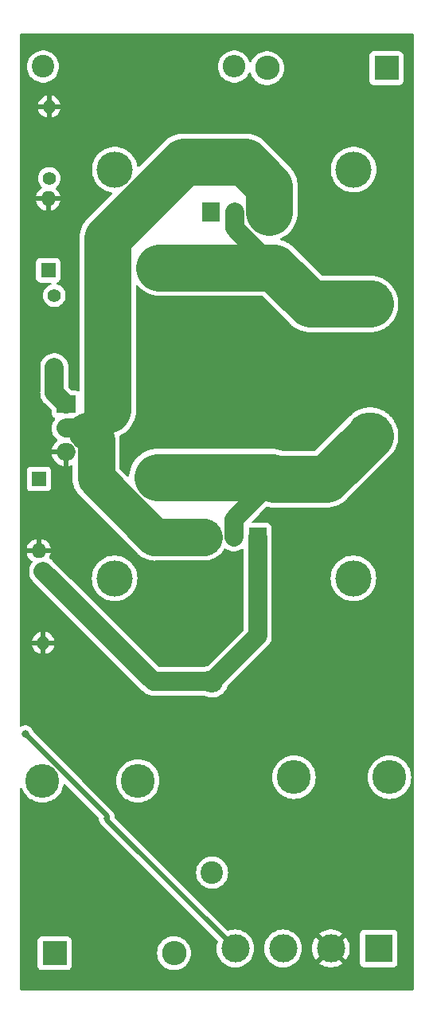
<source format=gbl>
G04 #@! TF.GenerationSoftware,KiCad,Pcbnew,7.0.1*
G04 #@! TF.CreationDate,2023-06-08T18:27:25+10:00*
G04 #@! TF.ProjectId,ZVS,5a56532e-6b69-4636-9164-5f7063625858,rev?*
G04 #@! TF.SameCoordinates,Original*
G04 #@! TF.FileFunction,Copper,L2,Bot*
G04 #@! TF.FilePolarity,Positive*
%FSLAX46Y46*%
G04 Gerber Fmt 4.6, Leading zero omitted, Abs format (unit mm)*
G04 Created by KiCad (PCBNEW 7.0.1) date 2023-06-08 18:27:25*
%MOMM*%
%LPD*%
G01*
G04 APERTURE LIST*
G04 #@! TA.AperFunction,ComponentPad*
%ADD10C,2.400000*%
G04 #@! TD*
G04 #@! TA.AperFunction,ComponentPad*
%ADD11O,2.400000X2.400000*%
G04 #@! TD*
G04 #@! TA.AperFunction,ComponentPad*
%ADD12R,1.600000X1.600000*%
G04 #@! TD*
G04 #@! TA.AperFunction,ComponentPad*
%ADD13O,1.600000X1.600000*%
G04 #@! TD*
G04 #@! TA.AperFunction,ComponentPad*
%ADD14C,3.840000*%
G04 #@! TD*
G04 #@! TA.AperFunction,ComponentPad*
%ADD15C,1.400000*%
G04 #@! TD*
G04 #@! TA.AperFunction,ComponentPad*
%ADD16O,1.400000X1.400000*%
G04 #@! TD*
G04 #@! TA.AperFunction,ComponentPad*
%ADD17C,3.600000*%
G04 #@! TD*
G04 #@! TA.AperFunction,ComponentPad*
%ADD18R,2.600000X2.600000*%
G04 #@! TD*
G04 #@! TA.AperFunction,ComponentPad*
%ADD19O,2.600000X2.600000*%
G04 #@! TD*
G04 #@! TA.AperFunction,ComponentPad*
%ADD20R,2.000000X1.905000*%
G04 #@! TD*
G04 #@! TA.AperFunction,ComponentPad*
%ADD21O,2.000000X1.905000*%
G04 #@! TD*
G04 #@! TA.AperFunction,ComponentPad*
%ADD22R,3.000000X3.000000*%
G04 #@! TD*
G04 #@! TA.AperFunction,ComponentPad*
%ADD23C,3.000000*%
G04 #@! TD*
G04 #@! TA.AperFunction,ComponentPad*
%ADD24C,5.000000*%
G04 #@! TD*
G04 #@! TA.AperFunction,ComponentPad*
%ADD25R,1.905000X2.000000*%
G04 #@! TD*
G04 #@! TA.AperFunction,ComponentPad*
%ADD26O,1.905000X2.000000*%
G04 #@! TD*
G04 #@! TA.AperFunction,ViaPad*
%ADD27C,0.800000*%
G04 #@! TD*
G04 #@! TA.AperFunction,Conductor*
%ADD28C,5.000000*%
G04 #@! TD*
G04 #@! TA.AperFunction,Conductor*
%ADD29C,2.000000*%
G04 #@! TD*
G04 #@! TA.AperFunction,Conductor*
%ADD30C,4.000000*%
G04 #@! TD*
G04 #@! TA.AperFunction,Conductor*
%ADD31C,3.000000*%
G04 #@! TD*
G04 #@! TA.AperFunction,Conductor*
%ADD32C,0.500000*%
G04 #@! TD*
G04 APERTURE END LIST*
D10*
X122450000Y-66990000D03*
D11*
X142770000Y-66990000D03*
D12*
X122010000Y-110820000D03*
D13*
X122010000Y-118440000D03*
D14*
X130080000Y-77940000D03*
X155480000Y-77940000D03*
D15*
X123110000Y-78870000D03*
D16*
X123110000Y-71250000D03*
D12*
X123000000Y-88640000D03*
D13*
X123000000Y-81020000D03*
D10*
X134620000Y-88120000D03*
X134620000Y-110620000D03*
X147010000Y-88340000D03*
X147010000Y-110840000D03*
D15*
X122480000Y-120620000D03*
D16*
X122480000Y-128240000D03*
D15*
X123650000Y-91320000D03*
D16*
X123650000Y-98940000D03*
D17*
X132530000Y-142890000D03*
X122370000Y-142890000D03*
D18*
X158980000Y-67160000D03*
D19*
X146280000Y-67160000D03*
D18*
X123680000Y-161200000D03*
D19*
X136380000Y-161200000D03*
D20*
X124875000Y-102890000D03*
D21*
X124875000Y-105430000D03*
X124875000Y-107970000D03*
D22*
X158140000Y-160690000D03*
D23*
X153060000Y-160690000D03*
X147980000Y-160690000D03*
X142900000Y-160690000D03*
D17*
X149150000Y-142500000D03*
X159310000Y-142500000D03*
D24*
X157240000Y-92210000D03*
X157240000Y-106210000D03*
D10*
X140430000Y-152640000D03*
D11*
X140430000Y-132320000D03*
D14*
X155460000Y-121370000D03*
X130060000Y-121370000D03*
D25*
X140290000Y-82465000D03*
D26*
X142830000Y-82465000D03*
X145370000Y-82465000D03*
D25*
X145280000Y-116985000D03*
D26*
X142740000Y-116985000D03*
X140200000Y-116985000D03*
D27*
X120560481Y-137899191D03*
D28*
X157240000Y-92210000D02*
X150880000Y-92210000D01*
D29*
X142830000Y-84160000D02*
X147010000Y-88340000D01*
D28*
X150880000Y-92210000D02*
X147010000Y-88340000D01*
X147010000Y-88340000D02*
X134840000Y-88340000D01*
D29*
X142830000Y-82465000D02*
X142830000Y-84160000D01*
X142740000Y-115110000D02*
X147010000Y-110840000D01*
D28*
X134620000Y-110620000D02*
X146790000Y-110620000D01*
X146790000Y-110620000D02*
X147010000Y-110840000D01*
D29*
X142740000Y-116985000D02*
X142740000Y-115110000D01*
D28*
X152610000Y-110840000D02*
X157240000Y-106210000D01*
X147010000Y-110840000D02*
X152610000Y-110840000D01*
D30*
X127120000Y-105690000D02*
X128074520Y-106644520D01*
X128074520Y-106644520D02*
X128074520Y-110720644D01*
D29*
X126860000Y-105430000D02*
X127120000Y-105690000D01*
D30*
X128074520Y-110720644D02*
X134338876Y-116985000D01*
D31*
X127120000Y-105690000D02*
X129330000Y-103480000D01*
D30*
X134338876Y-116985000D02*
X139540480Y-116985000D01*
D28*
X137432976Y-77120000D02*
X143950000Y-77120000D01*
X129330000Y-103480000D02*
X129330000Y-85222976D01*
X129330000Y-85222976D02*
X137432976Y-77120000D01*
X143950000Y-77120000D02*
X146529520Y-79699520D01*
D29*
X124875000Y-105430000D02*
X126860000Y-105430000D01*
D28*
X146529520Y-79699520D02*
X146529520Y-82465000D01*
D29*
X123650000Y-98940000D02*
X123650000Y-101665000D01*
D32*
X129310000Y-146648710D02*
X120560481Y-137899191D01*
X129310000Y-147100000D02*
X129110000Y-146900000D01*
X142900000Y-160690000D02*
X129310000Y-147100000D01*
D29*
X123650000Y-101665000D02*
X124875000Y-102890000D01*
D32*
X129310000Y-147100000D02*
X129310000Y-146648710D01*
D29*
X134180000Y-132320000D02*
X140430000Y-132320000D01*
X140430000Y-132320000D02*
X145280000Y-127470000D01*
X145280000Y-127470000D02*
X145280000Y-116985000D01*
X122480000Y-120620000D02*
X134180000Y-132320000D01*
G04 #@! TA.AperFunction,Conductor*
G36*
X161817000Y-63496881D02*
G01*
X161863119Y-63543000D01*
X161880000Y-63606000D01*
X161880000Y-165004000D01*
X161863119Y-165067000D01*
X161817000Y-165113119D01*
X161754000Y-165130000D01*
X120096000Y-165130000D01*
X120033000Y-165113119D01*
X119986881Y-165067000D01*
X119970000Y-165004000D01*
X119970000Y-162547874D01*
X121879500Y-162547874D01*
X121885908Y-162607481D01*
X121936204Y-162742331D01*
X122022453Y-162857546D01*
X122053434Y-162880738D01*
X122137669Y-162943796D01*
X122272517Y-162994091D01*
X122332127Y-163000500D01*
X125027872Y-163000499D01*
X125027874Y-163000499D01*
X125057677Y-162997294D01*
X125087483Y-162994091D01*
X125222331Y-162943796D01*
X125337546Y-162857546D01*
X125423796Y-162742331D01*
X125474091Y-162607483D01*
X125480500Y-162547873D01*
X125480499Y-161200000D01*
X134574451Y-161200000D01*
X134594617Y-161469105D01*
X134654665Y-161732193D01*
X134656067Y-161735765D01*
X134753257Y-161983398D01*
X134888185Y-162217102D01*
X135056439Y-162428085D01*
X135109196Y-162477036D01*
X135254258Y-162611635D01*
X135369931Y-162690499D01*
X135477226Y-162763651D01*
X135603271Y-162824351D01*
X135720358Y-162880738D01*
X135777868Y-162898477D01*
X135978228Y-162960280D01*
X136245071Y-163000500D01*
X136514927Y-163000500D01*
X136514929Y-163000500D01*
X136781772Y-162960280D01*
X137039641Y-162880738D01*
X137282775Y-162763651D01*
X137505741Y-162611635D01*
X137703561Y-162428085D01*
X137871815Y-162217102D01*
X138006743Y-161983398D01*
X138105334Y-161732195D01*
X138165383Y-161469103D01*
X138185549Y-161200000D01*
X138165383Y-160930897D01*
X138105334Y-160667805D01*
X138006743Y-160416602D01*
X137871815Y-160182898D01*
X137703561Y-159971915D01*
X137505741Y-159788365D01*
X137282775Y-159636349D01*
X137282774Y-159636348D01*
X137039641Y-159519261D01*
X136835212Y-159456204D01*
X136781772Y-159439720D01*
X136514929Y-159399500D01*
X136245071Y-159399500D01*
X135978228Y-159439720D01*
X135978224Y-159439721D01*
X135978225Y-159439721D01*
X135720358Y-159519261D01*
X135477225Y-159636349D01*
X135254258Y-159788364D01*
X135056442Y-159971912D01*
X135056439Y-159971915D01*
X134934394Y-160124954D01*
X134888183Y-160182901D01*
X134753258Y-160416599D01*
X134654665Y-160667806D01*
X134594617Y-160930894D01*
X134574451Y-161200000D01*
X125480499Y-161200000D01*
X125480499Y-159852128D01*
X125480343Y-159850681D01*
X125474091Y-159792518D01*
X125472542Y-159788364D01*
X125423796Y-159657669D01*
X125384879Y-159605682D01*
X125337546Y-159542453D01*
X125222331Y-159456204D01*
X125087483Y-159405909D01*
X125027872Y-159399500D01*
X122332125Y-159399500D01*
X122272518Y-159405908D01*
X122137668Y-159456204D01*
X122022453Y-159542453D01*
X121936204Y-159657668D01*
X121885909Y-159792517D01*
X121879500Y-159852127D01*
X121879500Y-162547874D01*
X119970000Y-162547874D01*
X119970000Y-143739868D01*
X119989438Y-143672633D01*
X120041756Y-143626142D01*
X120110810Y-143614741D01*
X120175294Y-143641948D01*
X120215313Y-143699367D01*
X120240052Y-143772247D01*
X120373435Y-144042720D01*
X120540972Y-144293458D01*
X120739810Y-144520189D01*
X120966541Y-144719027D01*
X121095862Y-144805436D01*
X121217282Y-144886566D01*
X121474218Y-145013272D01*
X121487752Y-145019947D01*
X121678121Y-145084568D01*
X121773309Y-145116880D01*
X122069080Y-145175713D01*
X122370000Y-145195436D01*
X122670920Y-145175713D01*
X122966691Y-145116880D01*
X123162505Y-145050409D01*
X123252247Y-145019947D01*
X123252248Y-145019946D01*
X123252252Y-145019945D01*
X123522718Y-144886566D01*
X123773461Y-144719025D01*
X124000189Y-144520189D01*
X124199025Y-144293461D01*
X124366566Y-144042718D01*
X124499945Y-143772252D01*
X124596880Y-143486691D01*
X124632144Y-143309406D01*
X124662362Y-143249374D01*
X124719146Y-143213416D01*
X124786337Y-143211766D01*
X124844817Y-143244895D01*
X128325709Y-146725786D01*
X128356218Y-146775247D01*
X128361284Y-146833139D01*
X128354711Y-146878019D01*
X128370001Y-147052800D01*
X128425184Y-147219331D01*
X128425186Y-147219334D01*
X128517288Y-147368656D01*
X128517290Y-147368658D01*
X128715995Y-147567363D01*
X128730139Y-147584725D01*
X128785708Y-147637151D01*
X128788337Y-147639705D01*
X140999314Y-159850681D01*
X141033339Y-159912992D01*
X141028275Y-159983808D01*
X140975631Y-160124951D01*
X140914803Y-160404575D01*
X140894389Y-160690000D01*
X140914803Y-160975424D01*
X140914804Y-160975428D01*
X140975631Y-161255046D01*
X141075633Y-161523161D01*
X141075634Y-161523162D01*
X141212775Y-161774317D01*
X141384262Y-162003397D01*
X141586602Y-162205737D01*
X141709160Y-162297483D01*
X141815685Y-162377226D01*
X142066839Y-162514367D01*
X142334954Y-162614369D01*
X142614572Y-162675196D01*
X142900000Y-162695610D01*
X143185428Y-162675196D01*
X143465046Y-162614369D01*
X143733161Y-162514367D01*
X143984315Y-162377226D01*
X144213395Y-162205739D01*
X144415739Y-162003395D01*
X144587226Y-161774315D01*
X144724367Y-161523161D01*
X144824369Y-161255046D01*
X144885196Y-160975428D01*
X144905610Y-160690000D01*
X145974389Y-160690000D01*
X145994803Y-160975424D01*
X145994804Y-160975428D01*
X146055631Y-161255046D01*
X146155633Y-161523161D01*
X146155634Y-161523162D01*
X146292775Y-161774317D01*
X146464262Y-162003397D01*
X146666602Y-162205737D01*
X146789160Y-162297483D01*
X146895685Y-162377226D01*
X147146839Y-162514367D01*
X147414954Y-162614369D01*
X147694572Y-162675196D01*
X147980000Y-162695610D01*
X148265428Y-162675196D01*
X148545046Y-162614369D01*
X148813161Y-162514367D01*
X149064315Y-162377226D01*
X149196206Y-162278494D01*
X151830715Y-162278494D01*
X151899321Y-162334310D01*
X152134026Y-162477036D01*
X152385989Y-162586480D01*
X152650513Y-162660596D01*
X152922645Y-162698000D01*
X153197355Y-162698000D01*
X153469486Y-162660596D01*
X153734010Y-162586480D01*
X153985970Y-162477038D01*
X154220681Y-162334307D01*
X154289283Y-162278493D01*
X154289283Y-162278492D01*
X154248665Y-162237874D01*
X156139500Y-162237874D01*
X156145908Y-162297481D01*
X156196204Y-162432331D01*
X156282453Y-162547546D01*
X156334463Y-162586480D01*
X156397669Y-162633796D01*
X156532517Y-162684091D01*
X156592127Y-162690500D01*
X159687872Y-162690499D01*
X159687874Y-162690499D01*
X159717677Y-162687294D01*
X159747483Y-162684091D01*
X159882331Y-162633796D01*
X159997546Y-162547546D01*
X160083796Y-162432331D01*
X160134091Y-162297483D01*
X160140500Y-162237873D01*
X160140499Y-159142128D01*
X160134091Y-159082517D01*
X160083796Y-158947669D01*
X160008115Y-158846572D01*
X159997546Y-158832453D01*
X159882331Y-158746204D01*
X159747483Y-158695909D01*
X159687872Y-158689500D01*
X156592125Y-158689500D01*
X156532518Y-158695908D01*
X156397668Y-158746204D01*
X156282453Y-158832453D01*
X156196204Y-158947668D01*
X156145909Y-159082517D01*
X156139500Y-159142127D01*
X156139500Y-162237874D01*
X154248665Y-162237874D01*
X153060001Y-161049210D01*
X153059999Y-161049210D01*
X151830715Y-162278492D01*
X151830715Y-162278494D01*
X149196206Y-162278494D01*
X149293395Y-162205739D01*
X149495739Y-162003395D01*
X149667226Y-161774315D01*
X149804367Y-161523161D01*
X149904369Y-161255046D01*
X149965196Y-160975428D01*
X149985610Y-160690000D01*
X151047308Y-160690000D01*
X151066053Y-160964056D01*
X151121945Y-161233020D01*
X151213936Y-161491860D01*
X151340318Y-161735765D01*
X151470540Y-161920248D01*
X151470541Y-161920248D01*
X152700790Y-160690001D01*
X153419210Y-160690001D01*
X154649457Y-161920247D01*
X154779683Y-161735761D01*
X154906063Y-161491860D01*
X154998054Y-161233020D01*
X155053946Y-160964056D01*
X155072691Y-160690000D01*
X155053946Y-160415943D01*
X154998054Y-160146979D01*
X154906063Y-159888139D01*
X154779683Y-159644238D01*
X154649457Y-159459750D01*
X153419210Y-160689999D01*
X153419210Y-160690001D01*
X152700790Y-160690001D01*
X152700790Y-160689999D01*
X151470541Y-159459750D01*
X151340316Y-159644240D01*
X151213936Y-159888139D01*
X151121945Y-160146979D01*
X151066053Y-160415943D01*
X151047308Y-160690000D01*
X149985610Y-160690000D01*
X149965196Y-160404572D01*
X149904369Y-160124954D01*
X149804367Y-159856839D01*
X149667226Y-159605685D01*
X149542986Y-159439720D01*
X149495737Y-159376602D01*
X149293397Y-159174262D01*
X149196205Y-159101505D01*
X151830714Y-159101505D01*
X153059999Y-160330790D01*
X153060000Y-160330790D01*
X154289283Y-159101504D01*
X154220678Y-159045689D01*
X153985973Y-158902963D01*
X153734010Y-158793519D01*
X153469486Y-158719403D01*
X153197355Y-158682000D01*
X152922645Y-158682000D01*
X152650513Y-158719403D01*
X152385989Y-158793519D01*
X152134026Y-158902963D01*
X151899322Y-159045689D01*
X151830715Y-159101505D01*
X151830714Y-159101505D01*
X149196205Y-159101505D01*
X149064317Y-159002775D01*
X148963396Y-158947668D01*
X148813161Y-158865633D01*
X148545046Y-158765631D01*
X148332539Y-158719403D01*
X148265424Y-158704803D01*
X147980000Y-158684389D01*
X147694575Y-158704803D01*
X147414953Y-158765631D01*
X147414954Y-158765631D01*
X147146839Y-158865633D01*
X147146837Y-158865633D01*
X147146837Y-158865634D01*
X146895682Y-159002775D01*
X146666602Y-159174262D01*
X146464262Y-159376602D01*
X146292775Y-159605682D01*
X146155634Y-159856837D01*
X146055631Y-160124954D01*
X145994803Y-160404575D01*
X145974389Y-160690000D01*
X144905610Y-160690000D01*
X144885196Y-160404572D01*
X144824369Y-160124954D01*
X144724367Y-159856839D01*
X144587226Y-159605685D01*
X144462986Y-159439720D01*
X144415737Y-159376602D01*
X144213397Y-159174262D01*
X143984317Y-159002775D01*
X143883396Y-158947668D01*
X143733161Y-158865633D01*
X143465046Y-158765631D01*
X143252539Y-158719403D01*
X143185424Y-158704803D01*
X142900000Y-158684389D01*
X142614575Y-158704803D01*
X142334948Y-158765632D01*
X142193807Y-158818274D01*
X142122992Y-158823338D01*
X142060681Y-158789313D01*
X135911368Y-152640000D01*
X138724732Y-152640000D01*
X138743778Y-152894157D01*
X138800492Y-153142637D01*
X138893607Y-153379888D01*
X139021041Y-153600612D01*
X139179950Y-153799877D01*
X139366783Y-153973232D01*
X139577366Y-154116805D01*
X139696411Y-154174134D01*
X139806995Y-154227389D01*
X139876901Y-154248951D01*
X140050542Y-154302513D01*
X140302565Y-154340500D01*
X140557433Y-154340500D01*
X140557435Y-154340500D01*
X140809458Y-154302513D01*
X141053004Y-154227389D01*
X141282634Y-154116805D01*
X141493217Y-153973232D01*
X141680050Y-153799877D01*
X141838959Y-153600612D01*
X141966393Y-153379888D01*
X142059508Y-153142637D01*
X142116222Y-152894157D01*
X142135268Y-152640000D01*
X142116222Y-152385843D01*
X142059508Y-152137363D01*
X141966393Y-151900112D01*
X141838959Y-151679388D01*
X141680050Y-151480123D01*
X141493217Y-151306768D01*
X141493214Y-151306766D01*
X141493212Y-151306764D01*
X141282634Y-151163195D01*
X141053004Y-151052610D01*
X140809461Y-150977488D01*
X140809458Y-150977487D01*
X140557435Y-150939500D01*
X140302565Y-150939500D01*
X140050542Y-150977487D01*
X140050539Y-150977487D01*
X140050538Y-150977488D01*
X139806995Y-151052610D01*
X139577365Y-151163195D01*
X139366787Y-151306764D01*
X139366781Y-151306768D01*
X139366783Y-151306768D01*
X139179950Y-151480123D01*
X139021041Y-151679388D01*
X139021039Y-151679391D01*
X138893607Y-151900111D01*
X138893607Y-151900112D01*
X138800492Y-152137363D01*
X138743778Y-152385843D01*
X138724732Y-152640000D01*
X135911368Y-152640000D01*
X130097405Y-146826037D01*
X130070091Y-146785160D01*
X130060500Y-146736942D01*
X130060500Y-146712563D01*
X130061830Y-146694303D01*
X130062635Y-146688800D01*
X130065289Y-146670687D01*
X130060978Y-146621423D01*
X130060500Y-146610443D01*
X130060500Y-146605004D01*
X130060500Y-146605001D01*
X130056898Y-146574191D01*
X130056535Y-146570642D01*
X130049998Y-146495912D01*
X130049996Y-146495906D01*
X130049872Y-146494487D01*
X130045729Y-146475796D01*
X130019600Y-146404005D01*
X130018396Y-146400543D01*
X129994814Y-146329375D01*
X129994812Y-146329372D01*
X129994367Y-146328028D01*
X129986020Y-146310784D01*
X129985237Y-146309593D01*
X129944013Y-146246916D01*
X129942078Y-146243878D01*
X129901960Y-146178837D01*
X129889862Y-146163987D01*
X129834272Y-146111540D01*
X129831644Y-146108987D01*
X126612657Y-142890000D01*
X130224564Y-142890000D01*
X130244286Y-143190919D01*
X130303120Y-143486692D01*
X130400052Y-143772247D01*
X130533435Y-144042720D01*
X130700972Y-144293458D01*
X130899810Y-144520189D01*
X131126541Y-144719027D01*
X131255862Y-144805436D01*
X131377282Y-144886566D01*
X131634218Y-145013272D01*
X131647752Y-145019947D01*
X131838121Y-145084568D01*
X131933309Y-145116880D01*
X132229080Y-145175713D01*
X132530000Y-145195436D01*
X132830920Y-145175713D01*
X133126691Y-145116880D01*
X133322505Y-145050409D01*
X133412247Y-145019947D01*
X133412248Y-145019946D01*
X133412252Y-145019945D01*
X133682718Y-144886566D01*
X133933461Y-144719025D01*
X134160189Y-144520189D01*
X134359025Y-144293461D01*
X134526566Y-144042718D01*
X134659945Y-143772252D01*
X134756880Y-143486691D01*
X134815713Y-143190920D01*
X134835436Y-142890000D01*
X134815713Y-142589080D01*
X134797994Y-142499999D01*
X146844564Y-142499999D01*
X146864286Y-142800919D01*
X146923120Y-143096692D01*
X147020052Y-143382247D01*
X147153435Y-143652720D01*
X147320972Y-143903458D01*
X147519810Y-144130189D01*
X147746541Y-144329027D01*
X147997279Y-144496564D01*
X147997282Y-144496566D01*
X148254218Y-144623272D01*
X148267752Y-144629947D01*
X148458122Y-144694568D01*
X148553309Y-144726880D01*
X148849080Y-144785713D01*
X149150000Y-144805436D01*
X149450920Y-144785713D01*
X149746691Y-144726880D01*
X149942505Y-144660409D01*
X150032247Y-144629947D01*
X150032248Y-144629946D01*
X150032252Y-144629945D01*
X150302718Y-144496566D01*
X150553461Y-144329025D01*
X150780189Y-144130189D01*
X150979025Y-143903461D01*
X151146566Y-143652718D01*
X151279945Y-143382252D01*
X151376880Y-143096691D01*
X151435713Y-142800920D01*
X151455436Y-142500000D01*
X151455436Y-142499999D01*
X157004564Y-142499999D01*
X157024286Y-142800919D01*
X157083120Y-143096692D01*
X157180052Y-143382247D01*
X157313435Y-143652720D01*
X157480972Y-143903458D01*
X157679810Y-144130189D01*
X157906541Y-144329027D01*
X158157279Y-144496564D01*
X158157282Y-144496566D01*
X158414218Y-144623272D01*
X158427752Y-144629947D01*
X158618122Y-144694568D01*
X158713309Y-144726880D01*
X159009080Y-144785713D01*
X159310000Y-144805436D01*
X159610920Y-144785713D01*
X159906691Y-144726880D01*
X160102505Y-144660409D01*
X160192247Y-144629947D01*
X160192248Y-144629946D01*
X160192252Y-144629945D01*
X160462718Y-144496566D01*
X160713461Y-144329025D01*
X160940189Y-144130189D01*
X161139025Y-143903461D01*
X161306566Y-143652718D01*
X161439945Y-143382252D01*
X161536880Y-143096691D01*
X161595713Y-142800920D01*
X161615436Y-142500000D01*
X161595713Y-142199080D01*
X161536880Y-141903309D01*
X161504568Y-141808121D01*
X161439947Y-141617752D01*
X161375240Y-141486539D01*
X161306566Y-141347282D01*
X161248119Y-141259810D01*
X161139027Y-141096541D01*
X160940189Y-140869810D01*
X160713458Y-140670972D01*
X160462720Y-140503435D01*
X160192247Y-140370052D01*
X159906692Y-140273120D01*
X159610919Y-140214286D01*
X159329722Y-140195856D01*
X159310000Y-140194564D01*
X159309999Y-140194564D01*
X159009080Y-140214286D01*
X158713307Y-140273120D01*
X158427752Y-140370052D01*
X158157279Y-140503435D01*
X157906541Y-140670972D01*
X157679810Y-140869810D01*
X157480972Y-141096541D01*
X157313435Y-141347279D01*
X157180052Y-141617752D01*
X157083120Y-141903307D01*
X157024286Y-142199080D01*
X157004564Y-142499999D01*
X151455436Y-142499999D01*
X151435713Y-142199080D01*
X151376880Y-141903309D01*
X151344568Y-141808121D01*
X151279947Y-141617752D01*
X151215240Y-141486539D01*
X151146566Y-141347282D01*
X151088119Y-141259810D01*
X150979027Y-141096541D01*
X150780189Y-140869810D01*
X150553458Y-140670972D01*
X150302720Y-140503435D01*
X150032247Y-140370052D01*
X149746692Y-140273120D01*
X149450919Y-140214286D01*
X149169722Y-140195856D01*
X149150000Y-140194564D01*
X149149999Y-140194564D01*
X148849080Y-140214286D01*
X148553307Y-140273120D01*
X148267752Y-140370052D01*
X147997279Y-140503435D01*
X147746541Y-140670972D01*
X147519810Y-140869810D01*
X147320972Y-141096541D01*
X147153435Y-141347279D01*
X147020052Y-141617752D01*
X146923120Y-141903307D01*
X146864286Y-142199080D01*
X146844564Y-142499999D01*
X134797994Y-142499999D01*
X134756880Y-142293309D01*
X134693761Y-142107367D01*
X134659947Y-142007752D01*
X134608440Y-141903307D01*
X134526566Y-141737282D01*
X134446696Y-141617748D01*
X134359027Y-141486541D01*
X134160189Y-141259810D01*
X133933458Y-141060972D01*
X133682720Y-140893435D01*
X133412247Y-140760052D01*
X133126692Y-140663120D01*
X132830919Y-140604286D01*
X132549721Y-140585856D01*
X132530000Y-140584564D01*
X132529999Y-140584564D01*
X132229080Y-140604286D01*
X131933307Y-140663120D01*
X131647752Y-140760052D01*
X131377279Y-140893435D01*
X131126541Y-141060972D01*
X130899810Y-141259810D01*
X130700972Y-141486541D01*
X130533435Y-141737279D01*
X130400052Y-142007752D01*
X130303120Y-142293307D01*
X130244286Y-142589080D01*
X130224564Y-142890000D01*
X126612657Y-142890000D01*
X121473592Y-137750934D01*
X121442854Y-137700775D01*
X121387660Y-137530906D01*
X121293015Y-137366976D01*
X121166351Y-137226302D01*
X121013208Y-137115038D01*
X120840288Y-137038048D01*
X120840284Y-137038047D01*
X120655127Y-136998691D01*
X120465835Y-136998691D01*
X120280678Y-137038047D01*
X120280676Y-137038047D01*
X120280675Y-137038048D01*
X120210475Y-137069303D01*
X120147248Y-137097454D01*
X120086115Y-137107960D01*
X120027376Y-137088021D01*
X119985269Y-137042470D01*
X119970000Y-136982348D01*
X119970000Y-128494000D01*
X121297446Y-128494000D01*
X121340515Y-128654738D01*
X121429845Y-128846307D01*
X121551086Y-129019456D01*
X121700543Y-129168913D01*
X121873692Y-129290154D01*
X122065261Y-129379484D01*
X122226000Y-129422554D01*
X122226000Y-128494000D01*
X122734000Y-128494000D01*
X122734000Y-129422554D01*
X122894738Y-129379484D01*
X123086307Y-129290154D01*
X123259456Y-129168913D01*
X123408913Y-129019456D01*
X123530154Y-128846307D01*
X123619484Y-128654738D01*
X123662554Y-128494000D01*
X122734000Y-128494000D01*
X122226000Y-128494000D01*
X121297446Y-128494000D01*
X119970000Y-128494000D01*
X119970000Y-127986000D01*
X121297445Y-127986000D01*
X122226000Y-127986000D01*
X122226000Y-127057446D01*
X122734000Y-127057446D01*
X122734000Y-127986000D01*
X123662554Y-127986000D01*
X123619484Y-127825261D01*
X123530154Y-127633692D01*
X123408913Y-127460543D01*
X123259456Y-127311086D01*
X123086307Y-127189845D01*
X122894738Y-127100515D01*
X122734000Y-127057446D01*
X122226000Y-127057446D01*
X122226000Y-127057445D01*
X122065261Y-127100515D01*
X121873692Y-127189845D01*
X121700543Y-127311086D01*
X121551086Y-127460543D01*
X121429845Y-127633692D01*
X121340515Y-127825261D01*
X121297445Y-127986000D01*
X119970000Y-127986000D01*
X119970000Y-118694000D01*
X120723918Y-118694000D01*
X120776186Y-118889070D01*
X120872912Y-119096498D01*
X121004189Y-119283981D01*
X121166018Y-119445810D01*
X121267613Y-119516948D01*
X121309699Y-119567261D01*
X121320793Y-119631911D01*
X121297887Y-119693377D01*
X121186569Y-119849285D01*
X121077356Y-120072684D01*
X121006400Y-120311023D01*
X120975642Y-120557778D01*
X120985918Y-120806235D01*
X121036949Y-121049610D01*
X121127345Y-121281276D01*
X121254634Y-121494894D01*
X121375101Y-121637130D01*
X133047577Y-133309605D01*
X133057914Y-133321310D01*
X133072259Y-133339741D01*
X133072261Y-133339743D01*
X133072262Y-133339744D01*
X133139034Y-133401212D01*
X133142741Y-133404769D01*
X133162874Y-133424902D01*
X133162875Y-133424903D01*
X133184569Y-133443276D01*
X133188475Y-133446725D01*
X133255217Y-133508166D01*
X133274769Y-133520940D01*
X133287288Y-133530275D01*
X133305104Y-133545365D01*
X133383040Y-133591804D01*
X133387428Y-133594543D01*
X133463393Y-133644173D01*
X133484045Y-133653232D01*
X133484775Y-133653552D01*
X133498656Y-133660697D01*
X133518725Y-133672655D01*
X133518727Y-133672656D01*
X133549564Y-133684688D01*
X133603257Y-133705640D01*
X133608068Y-133707633D01*
X133691119Y-133744063D01*
X133713752Y-133749794D01*
X133728627Y-133754559D01*
X133750386Y-133763050D01*
X133839211Y-133781674D01*
X133844189Y-133782825D01*
X133918934Y-133801754D01*
X133932178Y-133805108D01*
X133940137Y-133805767D01*
X133955453Y-133807036D01*
X133970898Y-133809286D01*
X133993763Y-133814081D01*
X134084420Y-133817829D01*
X134089582Y-133818150D01*
X134111571Y-133819972D01*
X134117931Y-133820500D01*
X134117933Y-133820500D01*
X134146369Y-133820500D01*
X134151576Y-133820608D01*
X134242219Y-133824357D01*
X134242219Y-133824356D01*
X134242221Y-133824357D01*
X134265399Y-133821467D01*
X134280984Y-133820500D01*
X139597811Y-133820500D01*
X139652480Y-133832978D01*
X139806995Y-133907389D01*
X139876901Y-133928951D01*
X140050542Y-133982513D01*
X140302565Y-134020500D01*
X140557433Y-134020500D01*
X140557435Y-134020500D01*
X140809458Y-133982513D01*
X141053004Y-133907389D01*
X141282634Y-133796805D01*
X141493217Y-133653232D01*
X141680050Y-133479877D01*
X141838959Y-133280612D01*
X141966393Y-133059888D01*
X142056441Y-132830450D01*
X142084632Y-132787394D01*
X146269611Y-128602415D01*
X146281306Y-128592087D01*
X146299744Y-128577738D01*
X146361201Y-128510976D01*
X146364759Y-128507267D01*
X146384902Y-128487126D01*
X146403318Y-128465380D01*
X146406681Y-128461571D01*
X146468164Y-128394785D01*
X146480944Y-128375222D01*
X146490271Y-128362715D01*
X146505366Y-128344894D01*
X146551820Y-128266932D01*
X146554556Y-128262550D01*
X146604173Y-128186607D01*
X146613557Y-128165212D01*
X146620697Y-128151342D01*
X146632656Y-128131273D01*
X146665654Y-128046704D01*
X146667612Y-128041977D01*
X146704063Y-127958881D01*
X146709795Y-127936241D01*
X146714559Y-127921372D01*
X146723050Y-127899614D01*
X146741686Y-127810731D01*
X146742820Y-127805831D01*
X146765108Y-127717821D01*
X146767036Y-127694547D01*
X146769288Y-127679092D01*
X146774081Y-127656237D01*
X146777829Y-127565581D01*
X146778152Y-127560390D01*
X146780500Y-127532069D01*
X146780500Y-127503631D01*
X146780608Y-127498424D01*
X146784357Y-127407780D01*
X146781468Y-127384603D01*
X146780500Y-127369016D01*
X146780500Y-121370000D01*
X153034713Y-121370000D01*
X153053837Y-121673967D01*
X153110908Y-121973143D01*
X153205026Y-122262807D01*
X153334706Y-122538390D01*
X153497900Y-122795544D01*
X153692042Y-123030223D01*
X153914065Y-123238715D01*
X154160463Y-123417735D01*
X154160468Y-123417737D01*
X154160467Y-123417737D01*
X154427363Y-123564464D01*
X154710545Y-123676584D01*
X154865423Y-123716350D01*
X155005546Y-123752328D01*
X155307712Y-123790500D01*
X155307715Y-123790500D01*
X155612285Y-123790500D01*
X155612288Y-123790500D01*
X155914453Y-123752328D01*
X155914453Y-123752327D01*
X156209455Y-123676584D01*
X156492637Y-123564464D01*
X156759533Y-123417737D01*
X157005935Y-123238715D01*
X157227957Y-123030223D01*
X157422098Y-122795547D01*
X157585294Y-122538390D01*
X157714974Y-122262807D01*
X157809091Y-121973144D01*
X157866162Y-121673969D01*
X157885286Y-121370000D01*
X157866162Y-121066031D01*
X157809091Y-120766856D01*
X157714974Y-120477193D01*
X157585294Y-120201610D01*
X157422098Y-119944453D01*
X157336343Y-119840793D01*
X157227957Y-119709776D01*
X157005934Y-119501284D01*
X156759536Y-119322264D01*
X156492636Y-119175535D01*
X156293008Y-119096497D01*
X156209455Y-119063416D01*
X156209452Y-119063415D01*
X156209449Y-119063414D01*
X155914453Y-118987671D01*
X155612288Y-118949500D01*
X155612285Y-118949500D01*
X155307715Y-118949500D01*
X155307712Y-118949500D01*
X155005546Y-118987671D01*
X154710550Y-119063414D01*
X154427363Y-119175535D01*
X154160463Y-119322264D01*
X153914065Y-119501284D01*
X153692042Y-119709776D01*
X153497900Y-119944455D01*
X153334706Y-120201609D01*
X153205026Y-120477192D01*
X153110908Y-120766856D01*
X153053837Y-121066032D01*
X153034713Y-121370000D01*
X146780500Y-121370000D01*
X146780500Y-116922938D01*
X146780500Y-116922933D01*
X146765108Y-116737179D01*
X146736855Y-116625611D01*
X146732999Y-116594680D01*
X146732999Y-115937125D01*
X146726591Y-115877518D01*
X146726591Y-115877517D01*
X146676296Y-115742669D01*
X146654612Y-115713702D01*
X146590046Y-115627453D01*
X146474831Y-115541204D01*
X146339983Y-115490909D01*
X146280373Y-115484500D01*
X146280372Y-115484500D01*
X144791717Y-115484500D01*
X144734514Y-115470767D01*
X144689781Y-115432561D01*
X144667268Y-115378211D01*
X144671884Y-115319564D01*
X144702622Y-115269405D01*
X145438787Y-114533240D01*
X146179485Y-113792541D01*
X146237743Y-113759469D01*
X146304719Y-113760932D01*
X146311025Y-113762820D01*
X146316860Y-113764568D01*
X146316861Y-113764568D01*
X146316864Y-113764569D01*
X146354544Y-113771212D01*
X146365252Y-113773586D01*
X146402218Y-113783492D01*
X146530173Y-113802234D01*
X146533754Y-113802812D01*
X146661073Y-113825262D01*
X146699261Y-113827485D01*
X146710193Y-113828602D01*
X146748046Y-113834148D01*
X146877350Y-113837910D01*
X146880891Y-113838065D01*
X146922695Y-113840500D01*
X146964499Y-113840500D01*
X146968163Y-113840553D01*
X147097416Y-113844314D01*
X147132561Y-113841239D01*
X147135536Y-113840979D01*
X147146516Y-113840500D01*
X152473484Y-113840500D01*
X152484464Y-113840979D01*
X152487699Y-113841262D01*
X152522584Y-113844314D01*
X152651836Y-113840553D01*
X152655501Y-113840500D01*
X152697299Y-113840500D01*
X152697305Y-113840500D01*
X152739104Y-113838065D01*
X152742651Y-113837910D01*
X152871954Y-113834148D01*
X152909810Y-113828602D01*
X152920735Y-113827485D01*
X152958927Y-113825262D01*
X153086255Y-113802810D01*
X153089814Y-113802235D01*
X153217782Y-113783492D01*
X153254760Y-113773583D01*
X153265460Y-113771212D01*
X153303136Y-113764569D01*
X153427028Y-113727477D01*
X153430453Y-113726505D01*
X153555391Y-113693029D01*
X153590958Y-113678898D01*
X153601291Y-113675306D01*
X153637971Y-113664326D01*
X153756762Y-113613083D01*
X153760047Y-113611723D01*
X153880215Y-113563985D01*
X153913888Y-113545827D01*
X153923779Y-113541040D01*
X153958897Y-113525892D01*
X153958896Y-113525892D01*
X153958904Y-113525889D01*
X154070926Y-113461212D01*
X154074018Y-113459486D01*
X154187861Y-113398104D01*
X154219205Y-113376155D01*
X154228455Y-113370262D01*
X154261596Y-113351130D01*
X154365354Y-113273883D01*
X154368260Y-113271785D01*
X154474170Y-113197628D01*
X154502756Y-113172187D01*
X154511252Y-113165267D01*
X154541953Y-113142412D01*
X154636043Y-113053641D01*
X154638639Y-113051262D01*
X154669940Y-113023408D01*
X154699559Y-112993787D01*
X154702083Y-112991335D01*
X154796183Y-112902558D01*
X154820778Y-112873245D01*
X154828193Y-112865153D01*
X159265153Y-108428193D01*
X159273248Y-108420776D01*
X159302558Y-108396183D01*
X159391335Y-108302083D01*
X159393787Y-108299559D01*
X159423408Y-108269940D01*
X159451262Y-108238639D01*
X159453641Y-108236043D01*
X159542412Y-108141953D01*
X159565267Y-108111252D01*
X159572187Y-108102756D01*
X159597628Y-108074170D01*
X159671785Y-107968260D01*
X159673883Y-107965354D01*
X159751130Y-107861596D01*
X159770262Y-107828455D01*
X159776155Y-107819205D01*
X159798104Y-107787861D01*
X159859486Y-107674018D01*
X159861212Y-107670926D01*
X159925889Y-107558904D01*
X159941039Y-107523779D01*
X159945832Y-107513880D01*
X159963985Y-107480215D01*
X160011736Y-107360015D01*
X160013090Y-107356748D01*
X160064326Y-107237971D01*
X160075298Y-107201316D01*
X160078903Y-107190948D01*
X160087843Y-107168446D01*
X160093030Y-107155391D01*
X160126507Y-107030451D01*
X160127495Y-107026970D01*
X160142325Y-106977436D01*
X160164569Y-106903136D01*
X160171212Y-106865451D01*
X160173585Y-106854751D01*
X160183492Y-106817782D01*
X160202234Y-106689824D01*
X160202815Y-106686225D01*
X160225262Y-106558927D01*
X160227485Y-106520736D01*
X160228603Y-106509803D01*
X160234147Y-106471958D01*
X160234148Y-106471954D01*
X160237910Y-106342648D01*
X160238065Y-106339107D01*
X160245585Y-106210000D01*
X160243359Y-106171795D01*
X160243200Y-106160849D01*
X160244314Y-106122584D01*
X160233041Y-105993744D01*
X160232781Y-105990183D01*
X160225262Y-105861073D01*
X160218615Y-105823385D01*
X160217186Y-105812527D01*
X160213851Y-105774395D01*
X160187704Y-105647765D01*
X160187015Y-105644166D01*
X160164569Y-105516864D01*
X160153595Y-105480210D01*
X160150912Y-105469582D01*
X160143173Y-105432098D01*
X160102485Y-105309311D01*
X160101417Y-105305925D01*
X160064326Y-105182029D01*
X160049173Y-105146901D01*
X160045265Y-105136631D01*
X160043595Y-105131591D01*
X160033233Y-105100319D01*
X159978573Y-104983100D01*
X159977115Y-104979851D01*
X159925889Y-104861096D01*
X159906755Y-104827956D01*
X159901687Y-104818219D01*
X159885520Y-104783548D01*
X159817620Y-104673465D01*
X159815803Y-104670422D01*
X159751130Y-104558404D01*
X159728279Y-104527710D01*
X159722114Y-104518627D01*
X159715544Y-104507975D01*
X159702031Y-104486067D01*
X159661871Y-104435277D01*
X159621860Y-104384674D01*
X159619630Y-104381768D01*
X159577914Y-104325735D01*
X159542412Y-104278047D01*
X159516152Y-104250213D01*
X159508973Y-104241905D01*
X159485248Y-104211900D01*
X159446484Y-104173136D01*
X159393804Y-104120456D01*
X159391284Y-104117861D01*
X159302560Y-104023819D01*
X159302556Y-104023816D01*
X159273247Y-103999222D01*
X159265153Y-103991805D01*
X159238101Y-103964753D01*
X159238100Y-103964752D01*
X159238099Y-103964751D01*
X159136688Y-103884566D01*
X159133847Y-103882251D01*
X159034817Y-103799154D01*
X159014266Y-103785638D01*
X159002848Y-103778129D01*
X158993943Y-103771698D01*
X158963934Y-103747970D01*
X158963935Y-103747970D01*
X158963933Y-103747969D01*
X158853872Y-103680082D01*
X158850823Y-103678139D01*
X158810922Y-103651896D01*
X158742792Y-103607085D01*
X158708609Y-103589918D01*
X158699015Y-103584564D01*
X158666451Y-103564479D01*
X158549275Y-103509839D01*
X158545977Y-103508242D01*
X158464643Y-103467395D01*
X158430451Y-103450223D01*
X158430450Y-103450222D01*
X158430447Y-103450221D01*
X158394505Y-103437139D01*
X158384354Y-103432935D01*
X158374492Y-103428336D01*
X158349681Y-103416767D01*
X158313275Y-103404703D01*
X158226979Y-103376107D01*
X158223519Y-103374905D01*
X158102008Y-103330680D01*
X158064791Y-103321859D01*
X158054219Y-103318861D01*
X158017900Y-103306826D01*
X157913422Y-103285253D01*
X157891262Y-103280678D01*
X157887702Y-103279889D01*
X157831243Y-103266508D01*
X157761912Y-103250076D01*
X157723923Y-103245636D01*
X157713074Y-103243885D01*
X157675602Y-103236148D01*
X157546782Y-103224877D01*
X157543136Y-103224505D01*
X157414759Y-103209500D01*
X157376516Y-103209500D01*
X157365536Y-103209021D01*
X157327416Y-103205686D01*
X157198163Y-103209447D01*
X157194499Y-103209500D01*
X157065236Y-103209500D01*
X157027249Y-103213939D01*
X157016295Y-103214738D01*
X156978045Y-103215852D01*
X156850100Y-103234592D01*
X156846469Y-103235070D01*
X156718085Y-103250077D01*
X156680870Y-103258896D01*
X156670083Y-103260960D01*
X156632219Y-103266507D01*
X156507320Y-103299973D01*
X156503768Y-103300869D01*
X156377996Y-103330678D01*
X156342046Y-103343762D01*
X156331570Y-103347065D01*
X156294608Y-103356970D01*
X156230174Y-103382567D01*
X156174436Y-103404710D01*
X156171052Y-103405998D01*
X156049549Y-103450223D01*
X156049541Y-103450226D01*
X156015352Y-103467395D01*
X156005332Y-103471891D01*
X155969787Y-103486013D01*
X155855974Y-103547379D01*
X155852726Y-103549070D01*
X155737205Y-103607087D01*
X155705248Y-103628106D01*
X155695813Y-103633738D01*
X155662135Y-103651897D01*
X155556220Y-103726060D01*
X155553188Y-103728118D01*
X155445189Y-103799150D01*
X155415876Y-103823745D01*
X155407164Y-103830430D01*
X155375830Y-103852371D01*
X155279239Y-103938328D01*
X155276469Y-103940722D01*
X155177443Y-104023816D01*
X155088697Y-104117879D01*
X155086144Y-104120506D01*
X151404057Y-107802595D01*
X151363180Y-107829909D01*
X151314962Y-107839500D01*
X147945588Y-107839500D01*
X147895682Y-107829195D01*
X147817975Y-107795675D01*
X147809111Y-107793021D01*
X147781308Y-107784697D01*
X147770939Y-107781093D01*
X147735389Y-107766970D01*
X147610539Y-107733516D01*
X147607015Y-107732517D01*
X147483132Y-107695429D01*
X147445467Y-107688788D01*
X147434743Y-107686411D01*
X147397782Y-107676508D01*
X147397779Y-107676507D01*
X147397777Y-107676507D01*
X147269831Y-107657764D01*
X147266216Y-107657181D01*
X147138929Y-107634738D01*
X147100740Y-107632513D01*
X147089812Y-107631396D01*
X147051959Y-107625852D01*
X146922697Y-107622089D01*
X146919043Y-107621929D01*
X146877309Y-107619500D01*
X146877305Y-107619500D01*
X146835501Y-107619500D01*
X146831837Y-107619447D01*
X146793170Y-107618321D01*
X146702584Y-107615686D01*
X146702583Y-107615686D01*
X146664464Y-107619021D01*
X146653484Y-107619500D01*
X134532695Y-107619500D01*
X134271073Y-107634738D01*
X134098968Y-107665084D01*
X133926863Y-107695431D01*
X133592024Y-107795675D01*
X133271096Y-107934110D01*
X132968408Y-108108867D01*
X132688046Y-108317588D01*
X132433811Y-108557447D01*
X132209151Y-108825187D01*
X132017090Y-109117200D01*
X131860220Y-109429555D01*
X131740683Y-109757982D01*
X131660076Y-110098089D01*
X131619978Y-110441151D01*
X131593095Y-110505389D01*
X131536198Y-110545539D01*
X131466665Y-110549335D01*
X131405735Y-110515618D01*
X130611925Y-109721808D01*
X130584611Y-109680931D01*
X130575020Y-109632713D01*
X130575020Y-106685776D01*
X130575082Y-106681819D01*
X130578727Y-106565822D01*
X130573947Y-106515252D01*
X130567801Y-106450247D01*
X130567494Y-106446326D01*
X130560209Y-106330513D01*
X130560208Y-106330509D01*
X130560208Y-106330505D01*
X130558773Y-106322983D01*
X130560234Y-106269082D01*
X130584097Y-106220724D01*
X130625988Y-106186773D01*
X130832793Y-106082913D01*
X131124811Y-105890849D01*
X131392558Y-105666183D01*
X131632412Y-105411953D01*
X131841130Y-105131596D01*
X132015889Y-104828904D01*
X132154326Y-104507971D01*
X132254569Y-104173136D01*
X132315262Y-103828927D01*
X132330500Y-103567305D01*
X132330500Y-90363426D01*
X132345249Y-90304273D01*
X132386042Y-90258967D01*
X132443329Y-90238116D01*
X132503700Y-90246601D01*
X132553021Y-90282435D01*
X132653811Y-90402552D01*
X132653815Y-90402556D01*
X132653817Y-90402558D01*
X132908047Y-90642412D01*
X133188404Y-90851130D01*
X133491096Y-91025889D01*
X133812029Y-91164326D01*
X134146864Y-91264569D01*
X134491073Y-91325262D01*
X134752695Y-91340500D01*
X145714962Y-91340500D01*
X145763180Y-91350091D01*
X145804057Y-91377405D01*
X148661796Y-94235144D01*
X148669222Y-94243247D01*
X148693819Y-94272560D01*
X148787861Y-94361284D01*
X148790457Y-94363805D01*
X148820060Y-94393408D01*
X148851321Y-94421227D01*
X148854005Y-94423688D01*
X148881940Y-94450043D01*
X148948047Y-94512412D01*
X148978730Y-94535254D01*
X148987253Y-94542197D01*
X149015827Y-94567626D01*
X149042432Y-94586254D01*
X149121761Y-94641801D01*
X149124608Y-94643856D01*
X149228404Y-94721130D01*
X149261547Y-94740264D01*
X149270800Y-94746160D01*
X149302138Y-94768103D01*
X149385244Y-94812913D01*
X149415932Y-94829460D01*
X149419093Y-94831223D01*
X149516675Y-94887563D01*
X149531101Y-94895892D01*
X149566220Y-94911040D01*
X149576111Y-94915828D01*
X149609785Y-94933985D01*
X149729975Y-94981733D01*
X149733267Y-94983097D01*
X149852029Y-95034326D01*
X149888683Y-95045299D01*
X149899038Y-95048897D01*
X149934608Y-95063029D01*
X150059524Y-95096500D01*
X150063005Y-95097488D01*
X150186863Y-95134569D01*
X150201248Y-95137105D01*
X150224536Y-95141211D01*
X150235264Y-95143589D01*
X150272217Y-95153491D01*
X150400155Y-95172231D01*
X150403747Y-95172810D01*
X150531073Y-95195262D01*
X150569262Y-95197485D01*
X150580194Y-95198602D01*
X150618046Y-95204148D01*
X150747326Y-95207909D01*
X150750884Y-95208064D01*
X150792695Y-95210500D01*
X150834522Y-95210500D01*
X150838185Y-95210552D01*
X150967416Y-95214313D01*
X151002754Y-95211221D01*
X151005524Y-95210979D01*
X151016504Y-95210500D01*
X157414757Y-95210500D01*
X157414759Y-95210500D01*
X157498011Y-95200768D01*
X157505258Y-95200134D01*
X157588927Y-95195262D01*
X157671456Y-95180709D01*
X157678694Y-95179649D01*
X157761914Y-95169923D01*
X157843449Y-95150598D01*
X157850600Y-95149122D01*
X157933136Y-95134569D01*
X158013409Y-95110536D01*
X158020475Y-95108642D01*
X158102011Y-95089319D01*
X158180751Y-95060659D01*
X158187697Y-95058358D01*
X158267971Y-95034326D01*
X158344927Y-95001129D01*
X158351691Y-94998442D01*
X158430451Y-94969777D01*
X158505357Y-94932156D01*
X158511955Y-94929080D01*
X158588904Y-94895889D01*
X158661482Y-94853985D01*
X158667914Y-94850518D01*
X158742793Y-94812913D01*
X158812820Y-94766854D01*
X158819017Y-94763032D01*
X158891596Y-94721130D01*
X158958830Y-94671075D01*
X158964804Y-94666893D01*
X159034805Y-94620853D01*
X159034805Y-94620852D01*
X159034811Y-94620849D01*
X159099029Y-94566962D01*
X159104706Y-94562473D01*
X159171953Y-94512412D01*
X159232920Y-94454891D01*
X159238369Y-94450043D01*
X159269778Y-94423688D01*
X159302558Y-94396183D01*
X159360103Y-94335186D01*
X159365186Y-94330103D01*
X159426183Y-94272558D01*
X159480043Y-94208369D01*
X159484891Y-94202920D01*
X159542412Y-94141953D01*
X159592473Y-94074706D01*
X159596962Y-94069029D01*
X159650849Y-94004811D01*
X159696893Y-93934803D01*
X159701075Y-93928830D01*
X159751130Y-93861596D01*
X159793032Y-93789017D01*
X159796854Y-93782820D01*
X159842913Y-93712793D01*
X159880521Y-93637907D01*
X159883985Y-93631482D01*
X159925889Y-93558904D01*
X159959080Y-93481955D01*
X159962156Y-93475357D01*
X159999777Y-93400451D01*
X160028442Y-93321691D01*
X160031129Y-93314927D01*
X160064326Y-93237971D01*
X160088358Y-93157694D01*
X160090664Y-93150738D01*
X160119319Y-93072011D01*
X160138642Y-92990475D01*
X160140536Y-92983411D01*
X160141894Y-92978873D01*
X160164569Y-92903136D01*
X160179122Y-92820600D01*
X160180600Y-92813443D01*
X160199923Y-92731914D01*
X160209649Y-92648694D01*
X160210710Y-92641451D01*
X160225262Y-92558927D01*
X160230134Y-92475258D01*
X160230768Y-92468011D01*
X160240500Y-92384759D01*
X160240500Y-92300974D01*
X160240713Y-92293647D01*
X160245585Y-92210000D01*
X160240713Y-92126353D01*
X160240500Y-92119026D01*
X160240500Y-92035244D01*
X160240500Y-92035241D01*
X160230768Y-91951991D01*
X160230134Y-91944737D01*
X160225262Y-91861073D01*
X160210707Y-91778533D01*
X160209648Y-91771296D01*
X160207805Y-91755527D01*
X160199923Y-91688086D01*
X160180595Y-91606534D01*
X160179123Y-91599406D01*
X160164569Y-91516864D01*
X160140535Y-91436588D01*
X160138640Y-91429513D01*
X160119319Y-91347989D01*
X160090656Y-91269238D01*
X160088364Y-91262324D01*
X160064326Y-91182029D01*
X160031125Y-91105061D01*
X160028446Y-91098318D01*
X159999777Y-91019549D01*
X159962166Y-90944661D01*
X159959078Y-90938039D01*
X159925889Y-90861096D01*
X159920135Y-90851130D01*
X159883982Y-90788510D01*
X159880521Y-90782091D01*
X159842913Y-90707207D01*
X159796859Y-90637187D01*
X159793036Y-90630988D01*
X159751130Y-90558404D01*
X159701072Y-90491164D01*
X159696891Y-90485192D01*
X159675480Y-90452639D01*
X159650850Y-90415189D01*
X159616134Y-90373818D01*
X159596991Y-90351003D01*
X159592453Y-90345264D01*
X159542410Y-90278044D01*
X159484907Y-90217094D01*
X159480035Y-90211620D01*
X159452869Y-90179246D01*
X159426183Y-90147442D01*
X159365237Y-90089943D01*
X159360055Y-90084761D01*
X159353319Y-90077621D01*
X159302558Y-90023817D01*
X159278416Y-90003560D01*
X159238378Y-89969963D01*
X159232904Y-89965091D01*
X159171953Y-89907587D01*
X159104744Y-89857552D01*
X159098995Y-89853007D01*
X159034810Y-89799150D01*
X158964817Y-89753114D01*
X158958815Y-89748912D01*
X158935470Y-89731533D01*
X158891596Y-89698870D01*
X158891593Y-89698868D01*
X158891590Y-89698866D01*
X158819027Y-89656972D01*
X158812800Y-89653131D01*
X158742793Y-89607087D01*
X158667906Y-89569477D01*
X158661475Y-89566009D01*
X158588905Y-89524111D01*
X158560513Y-89511864D01*
X158511958Y-89490920D01*
X158505337Y-89487832D01*
X158430451Y-89450223D01*
X158351711Y-89421563D01*
X158344909Y-89418861D01*
X158267977Y-89385676D01*
X158267972Y-89385674D01*
X158267971Y-89385674D01*
X158187694Y-89361640D01*
X158180761Y-89359342D01*
X158102016Y-89330683D01*
X158102017Y-89330683D01*
X158102011Y-89330681D01*
X158020462Y-89311353D01*
X158013414Y-89309464D01*
X157933133Y-89285430D01*
X157850605Y-89270877D01*
X157843431Y-89269396D01*
X157761914Y-89250077D01*
X157678694Y-89240349D01*
X157671445Y-89239287D01*
X157588929Y-89224738D01*
X157533596Y-89221515D01*
X157505275Y-89219865D01*
X157497977Y-89219227D01*
X157414759Y-89209500D01*
X157327305Y-89209500D01*
X152175038Y-89209500D01*
X152126820Y-89199909D01*
X152085943Y-89172595D01*
X149228203Y-86314855D01*
X149220776Y-86306750D01*
X149196184Y-86277442D01*
X149102121Y-86188698D01*
X149099524Y-86186176D01*
X149069940Y-86156592D01*
X149038635Y-86128732D01*
X149036052Y-86126365D01*
X148941953Y-86037588D01*
X148911257Y-86014735D01*
X148902738Y-86007795D01*
X148874170Y-85982372D01*
X148768255Y-85908210D01*
X148765339Y-85906104D01*
X148661596Y-85828870D01*
X148628459Y-85809738D01*
X148619200Y-85803840D01*
X148587861Y-85781896D01*
X148474070Y-85720540D01*
X148470870Y-85718754D01*
X148384561Y-85668924D01*
X148358904Y-85654111D01*
X148358901Y-85654110D01*
X148358900Y-85654109D01*
X148323773Y-85638955D01*
X148313887Y-85634169D01*
X148280223Y-85616019D01*
X148280220Y-85616018D01*
X148280215Y-85616015D01*
X148160037Y-85568271D01*
X148156676Y-85566878D01*
X148037975Y-85515675D01*
X148029111Y-85513021D01*
X148001308Y-85504697D01*
X147990939Y-85501093D01*
X147955389Y-85486970D01*
X147850304Y-85458812D01*
X147830533Y-85453514D01*
X147827014Y-85452517D01*
X147779679Y-85438346D01*
X147728289Y-85408276D01*
X147696444Y-85357967D01*
X147691255Y-85298653D01*
X147713880Y-85243578D01*
X147759264Y-85205042D01*
X148032313Y-85067913D01*
X148324331Y-84875849D01*
X148592078Y-84651183D01*
X148831932Y-84396953D01*
X149040650Y-84116596D01*
X149215409Y-83813904D01*
X149353846Y-83492971D01*
X149454089Y-83158136D01*
X149514782Y-82813927D01*
X149530020Y-82552305D01*
X149530020Y-79836025D01*
X149530499Y-79825045D01*
X149530541Y-79824560D01*
X149533833Y-79786936D01*
X149530072Y-79657705D01*
X149530020Y-79654042D01*
X149530020Y-79612221D01*
X149529321Y-79600223D01*
X149527584Y-79570404D01*
X149527429Y-79566846D01*
X149523668Y-79437566D01*
X149518122Y-79399713D01*
X149517005Y-79388776D01*
X149514782Y-79350593D01*
X149492332Y-79223274D01*
X149491751Y-79219674D01*
X149473012Y-79091738D01*
X149463104Y-79054763D01*
X149460733Y-79044065D01*
X149454089Y-79006384D01*
X149417009Y-78882528D01*
X149416012Y-78879010D01*
X149382548Y-78754127D01*
X149368425Y-78718574D01*
X149364816Y-78708193D01*
X149353846Y-78671549D01*
X149302615Y-78552784D01*
X149301237Y-78549455D01*
X149298729Y-78543143D01*
X149253505Y-78429305D01*
X149235345Y-78395627D01*
X149230557Y-78385734D01*
X149215410Y-78350617D01*
X149174758Y-78280206D01*
X149150761Y-78238642D01*
X149149003Y-78235493D01*
X149087624Y-78121658D01*
X149087623Y-78121656D01*
X149087620Y-78121651D01*
X149065679Y-78090316D01*
X149059773Y-78081046D01*
X149040649Y-78047922D01*
X148963451Y-77944228D01*
X148961305Y-77941257D01*
X148960424Y-77939999D01*
X153054713Y-77939999D01*
X153073837Y-78243967D01*
X153130908Y-78543143D01*
X153225026Y-78832807D01*
X153354706Y-79108390D01*
X153517900Y-79365544D01*
X153712042Y-79600223D01*
X153934065Y-79808715D01*
X154180463Y-79987735D01*
X154439409Y-80130091D01*
X154447363Y-80134464D01*
X154730545Y-80246584D01*
X154885423Y-80286350D01*
X155025546Y-80322328D01*
X155327712Y-80360500D01*
X155327715Y-80360500D01*
X155632285Y-80360500D01*
X155632288Y-80360500D01*
X155934453Y-80322328D01*
X155934461Y-80322326D01*
X156229455Y-80246584D01*
X156512637Y-80134464D01*
X156779533Y-79987737D01*
X157025935Y-79808715D01*
X157247957Y-79600223D01*
X157442098Y-79365547D01*
X157605294Y-79108390D01*
X157734974Y-78832807D01*
X157829091Y-78543144D01*
X157886162Y-78243969D01*
X157905286Y-77940000D01*
X157886162Y-77636031D01*
X157829091Y-77336856D01*
X157734974Y-77047193D01*
X157605294Y-76771610D01*
X157442098Y-76514453D01*
X157356343Y-76410793D01*
X157247957Y-76279776D01*
X157025934Y-76071284D01*
X156779536Y-75892264D01*
X156512636Y-75745535D01*
X156338016Y-75676398D01*
X156229455Y-75633416D01*
X156229452Y-75633415D01*
X156229449Y-75633414D01*
X155934453Y-75557671D01*
X155632288Y-75519500D01*
X155632285Y-75519500D01*
X155327715Y-75519500D01*
X155327712Y-75519500D01*
X155025546Y-75557671D01*
X154730550Y-75633414D01*
X154447363Y-75745535D01*
X154180463Y-75892264D01*
X153934065Y-76071284D01*
X153712042Y-76279776D01*
X153517900Y-76514455D01*
X153354706Y-76771609D01*
X153225026Y-77047192D01*
X153130908Y-77336856D01*
X153073837Y-77636032D01*
X153054713Y-77939999D01*
X148960424Y-77939999D01*
X148887149Y-77835352D01*
X148887148Y-77835350D01*
X148861710Y-77806766D01*
X148854777Y-77798253D01*
X148849193Y-77790753D01*
X148831932Y-77767567D01*
X148831930Y-77767564D01*
X148743205Y-77673521D01*
X148740752Y-77670846D01*
X148712928Y-77639580D01*
X148683358Y-77610010D01*
X148680804Y-77607381D01*
X148592080Y-77513339D01*
X148562767Y-77488742D01*
X148554664Y-77481316D01*
X146168203Y-75094855D01*
X146160776Y-75086750D01*
X146136184Y-75057442D01*
X146042121Y-74968698D01*
X146039512Y-74966164D01*
X146009940Y-74936592D01*
X145978635Y-74908732D01*
X145976052Y-74906365D01*
X145881953Y-74817588D01*
X145851257Y-74794735D01*
X145842738Y-74787795D01*
X145814170Y-74762372D01*
X145708255Y-74688210D01*
X145705339Y-74686104D01*
X145601596Y-74608870D01*
X145568459Y-74589738D01*
X145559200Y-74583840D01*
X145527861Y-74561896D01*
X145414070Y-74500540D01*
X145410870Y-74498754D01*
X145370591Y-74475499D01*
X145298904Y-74434111D01*
X145298901Y-74434110D01*
X145298900Y-74434109D01*
X145263773Y-74418955D01*
X145253887Y-74414169D01*
X145220223Y-74396019D01*
X145220220Y-74396018D01*
X145220215Y-74396015D01*
X145100037Y-74348271D01*
X145096676Y-74346878D01*
X144977975Y-74295675D01*
X144969111Y-74293021D01*
X144941308Y-74284697D01*
X144930939Y-74281093D01*
X144895389Y-74266970D01*
X144770539Y-74233516D01*
X144767015Y-74232517D01*
X144643132Y-74195429D01*
X144605467Y-74188788D01*
X144594743Y-74186411D01*
X144557782Y-74176508D01*
X144557779Y-74176507D01*
X144557777Y-74176507D01*
X144429831Y-74157764D01*
X144426216Y-74157181D01*
X144298929Y-74134738D01*
X144260740Y-74132513D01*
X144249812Y-74131396D01*
X144211959Y-74125852D01*
X144082697Y-74122089D01*
X144079043Y-74121929D01*
X144037309Y-74119500D01*
X144037305Y-74119500D01*
X143995501Y-74119500D01*
X143991837Y-74119447D01*
X143953170Y-74118321D01*
X143862584Y-74115686D01*
X143862583Y-74115686D01*
X143824464Y-74119021D01*
X143813484Y-74119500D01*
X137569492Y-74119500D01*
X137558512Y-74119021D01*
X137520392Y-74115686D01*
X137405769Y-74119021D01*
X137391127Y-74119447D01*
X137387463Y-74119500D01*
X137345671Y-74119500D01*
X137320373Y-74120972D01*
X137303954Y-74121929D01*
X137300296Y-74122089D01*
X137171015Y-74125851D01*
X137133156Y-74131396D01*
X137122230Y-74132513D01*
X137084045Y-74134738D01*
X136956771Y-74157179D01*
X136953156Y-74157762D01*
X136825194Y-74176507D01*
X136788235Y-74186410D01*
X136777509Y-74188788D01*
X136739839Y-74195431D01*
X136615987Y-74232508D01*
X136612465Y-74233507D01*
X136487586Y-74266969D01*
X136452019Y-74281098D01*
X136441644Y-74284704D01*
X136405002Y-74295674D01*
X136286320Y-74346869D01*
X136282934Y-74348272D01*
X136162757Y-74396015D01*
X136129092Y-74414167D01*
X136119206Y-74418954D01*
X136084073Y-74434110D01*
X136021031Y-74470507D01*
X135972105Y-74498754D01*
X135968923Y-74500530D01*
X135855118Y-74561893D01*
X135823782Y-74583835D01*
X135814515Y-74589738D01*
X135781382Y-74608868D01*
X135677654Y-74686089D01*
X135674686Y-74688233D01*
X135568800Y-74762375D01*
X135540230Y-74787800D01*
X135531716Y-74794736D01*
X135501025Y-74817586D01*
X135406971Y-74906319D01*
X135404276Y-74908788D01*
X135373037Y-74936590D01*
X135343462Y-74966164D01*
X135340839Y-74968712D01*
X135246789Y-75057445D01*
X135222198Y-75086751D01*
X135214774Y-75094852D01*
X132684460Y-77625166D01*
X132625740Y-77658355D01*
X132558316Y-77656501D01*
X132501508Y-77620136D01*
X132471597Y-77559681D01*
X132462756Y-77513337D01*
X132429091Y-77336856D01*
X132334974Y-77047193D01*
X132205294Y-76771610D01*
X132042098Y-76514453D01*
X131956343Y-76410793D01*
X131847957Y-76279776D01*
X131625934Y-76071284D01*
X131379536Y-75892264D01*
X131112636Y-75745535D01*
X130938016Y-75676398D01*
X130829455Y-75633416D01*
X130829452Y-75633415D01*
X130829449Y-75633414D01*
X130534453Y-75557671D01*
X130232288Y-75519500D01*
X130232285Y-75519500D01*
X129927715Y-75519500D01*
X129927712Y-75519500D01*
X129625546Y-75557671D01*
X129330550Y-75633414D01*
X129047363Y-75745535D01*
X128780463Y-75892264D01*
X128534065Y-76071284D01*
X128312042Y-76279776D01*
X128117900Y-76514455D01*
X127954706Y-76771609D01*
X127825026Y-77047192D01*
X127730908Y-77336856D01*
X127673837Y-77636032D01*
X127654713Y-77940000D01*
X127673837Y-78243967D01*
X127730908Y-78543143D01*
X127825026Y-78832807D01*
X127954706Y-79108390D01*
X128117900Y-79365544D01*
X128312042Y-79600223D01*
X128534065Y-79808715D01*
X128780463Y-79987735D01*
X129039409Y-80130091D01*
X129047363Y-80134464D01*
X129330545Y-80246584D01*
X129625547Y-80322328D01*
X129691556Y-80330666D01*
X129755314Y-80357960D01*
X129794971Y-80414859D01*
X129798510Y-80484124D01*
X129764859Y-80544768D01*
X127304852Y-83004774D01*
X127296751Y-83012198D01*
X127267445Y-83036789D01*
X127178712Y-83130839D01*
X127176164Y-83133462D01*
X127146590Y-83163037D01*
X127118788Y-83194276D01*
X127116319Y-83196971D01*
X127027586Y-83291025D01*
X127004736Y-83321716D01*
X126997800Y-83330230D01*
X126972375Y-83358800D01*
X126898233Y-83464686D01*
X126896089Y-83467654D01*
X126818868Y-83571382D01*
X126799738Y-83604515D01*
X126793835Y-83613782D01*
X126771893Y-83645118D01*
X126710546Y-83758894D01*
X126708761Y-83762093D01*
X126644112Y-83874070D01*
X126628961Y-83909192D01*
X126624175Y-83919077D01*
X126606014Y-83952761D01*
X126558281Y-84072909D01*
X126556880Y-84076292D01*
X126505673Y-84195006D01*
X126494701Y-84231654D01*
X126491095Y-84242028D01*
X126476971Y-84277583D01*
X126443513Y-84402445D01*
X126442514Y-84405968D01*
X126405430Y-84529841D01*
X126398788Y-84567508D01*
X126396413Y-84578224D01*
X126386508Y-84615194D01*
X126386506Y-84615202D01*
X126367764Y-84743143D01*
X126367181Y-84746758D01*
X126344738Y-84874046D01*
X126342513Y-84912235D01*
X126341396Y-84923162D01*
X126335852Y-84961015D01*
X126332089Y-85090277D01*
X126331929Y-85093931D01*
X126329500Y-85135667D01*
X126329500Y-85177475D01*
X126329447Y-85181139D01*
X126325686Y-85310392D01*
X126329021Y-85348512D01*
X126329500Y-85359492D01*
X126329500Y-101400816D01*
X126310697Y-101467034D01*
X126259899Y-101513489D01*
X126192269Y-101526314D01*
X126127991Y-101501684D01*
X126117331Y-101493704D01*
X126117329Y-101493703D01*
X126045825Y-101467034D01*
X125982483Y-101443409D01*
X125922873Y-101437000D01*
X125922872Y-101437000D01*
X125596218Y-101437000D01*
X125548000Y-101427409D01*
X125507122Y-101400095D01*
X125187404Y-101080376D01*
X125160091Y-101039499D01*
X125150500Y-100991281D01*
X125150500Y-98877938D01*
X125150500Y-98877933D01*
X125135108Y-98692179D01*
X125074063Y-98451119D01*
X124974173Y-98223393D01*
X124974172Y-98223391D01*
X124974171Y-98223389D01*
X124838166Y-98015217D01*
X124669744Y-97832262D01*
X124473510Y-97679527D01*
X124473509Y-97679526D01*
X124254810Y-97561172D01*
X124254809Y-97561171D01*
X124254806Y-97561170D01*
X124098012Y-97507343D01*
X124019614Y-97480429D01*
X123774335Y-97439500D01*
X123525665Y-97439500D01*
X123280386Y-97480429D01*
X123280383Y-97480429D01*
X123280383Y-97480430D01*
X123045193Y-97561170D01*
X122826489Y-97679527D01*
X122630255Y-97832262D01*
X122461833Y-98015217D01*
X122325828Y-98223389D01*
X122225935Y-98451123D01*
X122164893Y-98692174D01*
X122164892Y-98692179D01*
X122149500Y-98877933D01*
X122149500Y-98877938D01*
X122149500Y-101564016D01*
X122148532Y-101579603D01*
X122145642Y-101602780D01*
X122149392Y-101693424D01*
X122149500Y-101698631D01*
X122149500Y-101727067D01*
X122151848Y-101755411D01*
X122152170Y-101760606D01*
X122155918Y-101851235D01*
X122160713Y-101874105D01*
X122162963Y-101889551D01*
X122164891Y-101912819D01*
X122187165Y-102000780D01*
X122188338Y-102005851D01*
X122206950Y-102094614D01*
X122215438Y-102116367D01*
X122220200Y-102131231D01*
X122225936Y-102153880D01*
X122262380Y-102236966D01*
X122264372Y-102241776D01*
X122297343Y-102326273D01*
X122309302Y-102346343D01*
X122316449Y-102360228D01*
X122325827Y-102381608D01*
X122375438Y-102457544D01*
X122378195Y-102461961D01*
X122424633Y-102539893D01*
X122439725Y-102557712D01*
X122449058Y-102570228D01*
X122461836Y-102589785D01*
X122523273Y-102656524D01*
X122526717Y-102660423D01*
X122545098Y-102682126D01*
X122565228Y-102702256D01*
X122568787Y-102705965D01*
X122630256Y-102772738D01*
X122648692Y-102787087D01*
X122660396Y-102797424D01*
X123337595Y-103474623D01*
X123364909Y-103515500D01*
X123374500Y-103563718D01*
X123374500Y-103890374D01*
X123380908Y-103949981D01*
X123431204Y-104084831D01*
X123517453Y-104200046D01*
X123632669Y-104286296D01*
X123650922Y-104293104D01*
X123699511Y-104325735D01*
X123728115Y-104376798D01*
X123730562Y-104435277D01*
X123706323Y-104488549D01*
X123679273Y-104523304D01*
X123614527Y-104606489D01*
X123496170Y-104825193D01*
X123442515Y-104981486D01*
X123415429Y-105060386D01*
X123374500Y-105305665D01*
X123374500Y-105554335D01*
X123415429Y-105799614D01*
X123423600Y-105823416D01*
X123496170Y-106034806D01*
X123496171Y-106034809D01*
X123496172Y-106034810D01*
X123614526Y-106253509D01*
X123767262Y-106449744D01*
X123767264Y-106449746D01*
X123767265Y-106449747D01*
X123945744Y-106614049D01*
X123977787Y-106660947D01*
X123985977Y-106717152D01*
X123968650Y-106771244D01*
X123934967Y-106806350D01*
X123935049Y-106806439D01*
X123933627Y-106807747D01*
X123929327Y-106812230D01*
X123927367Y-106813510D01*
X123749296Y-106977436D01*
X123600626Y-107168446D01*
X123485429Y-107381313D01*
X123406840Y-107610237D01*
X123389192Y-107716000D01*
X125003000Y-107716000D01*
X125066000Y-107732881D01*
X125112119Y-107779000D01*
X125129000Y-107842000D01*
X125129000Y-109418393D01*
X125163720Y-109415515D01*
X125408470Y-109353537D01*
X125408744Y-109354620D01*
X125458422Y-109346330D01*
X125516934Y-109366416D01*
X125558833Y-109411930D01*
X125574020Y-109471900D01*
X125574020Y-110679388D01*
X125573958Y-110683345D01*
X125570312Y-110799341D01*
X125581234Y-110914884D01*
X125581544Y-110918830D01*
X125588831Y-111034657D01*
X125595099Y-111067515D01*
X125596772Y-111079265D01*
X125599922Y-111112582D01*
X125625242Y-111225862D01*
X125626044Y-111229736D01*
X125647789Y-111343723D01*
X125658130Y-111375552D01*
X125661259Y-111386989D01*
X125668557Y-111419637D01*
X125707871Y-111528837D01*
X125709153Y-111532582D01*
X125745016Y-111642960D01*
X125759259Y-111673228D01*
X125763800Y-111684190D01*
X125775135Y-111715674D01*
X125827826Y-111819085D01*
X125829567Y-111822639D01*
X125848245Y-111862331D01*
X125878983Y-111927651D01*
X125896910Y-111955899D01*
X125902785Y-111966199D01*
X125917979Y-111996019D01*
X125983229Y-112092032D01*
X125985387Y-112095318D01*
X126047568Y-112193300D01*
X126047570Y-112193302D01*
X126047573Y-112193307D01*
X126068904Y-112219092D01*
X126076022Y-112228573D01*
X126094827Y-112256244D01*
X126171598Y-112343324D01*
X126174167Y-112346333D01*
X126248128Y-112435736D01*
X126332744Y-112515196D01*
X126335586Y-112517951D01*
X132541567Y-118723932D01*
X132544322Y-118726774D01*
X132623782Y-118811390D01*
X132713202Y-118885365D01*
X132716194Y-118887921D01*
X132783981Y-118947683D01*
X132803271Y-118964689D01*
X132830946Y-118983497D01*
X132840433Y-118990620D01*
X132866213Y-119011947D01*
X132964230Y-119074150D01*
X132967464Y-119076274D01*
X133063501Y-119141541D01*
X133063503Y-119141542D01*
X133093313Y-119156731D01*
X133103614Y-119162606D01*
X133131869Y-119180537D01*
X133236871Y-119229947D01*
X133240425Y-119231688D01*
X133343839Y-119284380D01*
X133343842Y-119284381D01*
X133343844Y-119284382D01*
X133375316Y-119295712D01*
X133386274Y-119300251D01*
X133400303Y-119306852D01*
X133416561Y-119314503D01*
X133526957Y-119350373D01*
X133530678Y-119351647D01*
X133639880Y-119390962D01*
X133672535Y-119398261D01*
X133683977Y-119401392D01*
X133715796Y-119411731D01*
X133755243Y-119419255D01*
X133829825Y-119433482D01*
X133833648Y-119434274D01*
X133946938Y-119459598D01*
X133980250Y-119462746D01*
X133991997Y-119464418D01*
X134024861Y-119470688D01*
X134140705Y-119477975D01*
X134144603Y-119478281D01*
X134260178Y-119489207D01*
X134376175Y-119485562D01*
X134380132Y-119485500D01*
X139619070Y-119485500D01*
X139802176Y-119473979D01*
X139854495Y-119470688D01*
X140163559Y-119411731D01*
X140462795Y-119314503D01*
X140747487Y-119180537D01*
X141013143Y-119011947D01*
X141255574Y-118811390D01*
X141470958Y-118582030D01*
X141655896Y-118327484D01*
X141694372Y-118257495D01*
X141729968Y-118216815D01*
X141779337Y-118194794D01*
X141833390Y-118195487D01*
X141882174Y-118218764D01*
X141916491Y-118245474D01*
X142135190Y-118363828D01*
X142370386Y-118444571D01*
X142615665Y-118485500D01*
X142619601Y-118485500D01*
X142864332Y-118485500D01*
X142864335Y-118485500D01*
X143109614Y-118444571D01*
X143344810Y-118363828D01*
X143563509Y-118245474D01*
X143576110Y-118235666D01*
X143640501Y-118209770D01*
X143708838Y-118221900D01*
X143760385Y-118268377D01*
X143779500Y-118335098D01*
X143779500Y-126796282D01*
X143769909Y-126844500D01*
X143742595Y-126885377D01*
X139956871Y-130671099D01*
X139904916Y-130702406D01*
X139806994Y-130732611D01*
X139652480Y-130807022D01*
X139597811Y-130819500D01*
X134853718Y-130819500D01*
X134805500Y-130809909D01*
X134764623Y-130782595D01*
X125352029Y-121370000D01*
X127634713Y-121370000D01*
X127653837Y-121673967D01*
X127710908Y-121973143D01*
X127805026Y-122262807D01*
X127934706Y-122538390D01*
X128097900Y-122795544D01*
X128292042Y-123030223D01*
X128514065Y-123238715D01*
X128760463Y-123417735D01*
X128760468Y-123417737D01*
X128760467Y-123417737D01*
X129027363Y-123564464D01*
X129310545Y-123676584D01*
X129465423Y-123716350D01*
X129605546Y-123752328D01*
X129907712Y-123790500D01*
X129907715Y-123790500D01*
X130212285Y-123790500D01*
X130212288Y-123790500D01*
X130514453Y-123752328D01*
X130514453Y-123752327D01*
X130809455Y-123676584D01*
X131092637Y-123564464D01*
X131359533Y-123417737D01*
X131605935Y-123238715D01*
X131827957Y-123030223D01*
X132022098Y-122795547D01*
X132185294Y-122538390D01*
X132314974Y-122262807D01*
X132409091Y-121973144D01*
X132466162Y-121673969D01*
X132485286Y-121370000D01*
X132466162Y-121066031D01*
X132409091Y-120766856D01*
X132314974Y-120477193D01*
X132185294Y-120201610D01*
X132022098Y-119944453D01*
X131936343Y-119840793D01*
X131827957Y-119709776D01*
X131605934Y-119501284D01*
X131359536Y-119322264D01*
X131092636Y-119175535D01*
X130893008Y-119096497D01*
X130809455Y-119063416D01*
X130809452Y-119063415D01*
X130809449Y-119063414D01*
X130514453Y-118987671D01*
X130212288Y-118949500D01*
X130212285Y-118949500D01*
X129907715Y-118949500D01*
X129907712Y-118949500D01*
X129605546Y-118987671D01*
X129310550Y-119063414D01*
X129027363Y-119175535D01*
X128760463Y-119322264D01*
X128514065Y-119501284D01*
X128292042Y-119709776D01*
X128097900Y-119944455D01*
X127934706Y-120201609D01*
X127805026Y-120477192D01*
X127710908Y-120766856D01*
X127653837Y-121066032D01*
X127634713Y-121370000D01*
X125352029Y-121370000D01*
X123497130Y-119515101D01*
X123354894Y-119394634D01*
X123281638Y-119350983D01*
X123177468Y-119288910D01*
X123130515Y-119239448D01*
X123116214Y-119172764D01*
X123138756Y-119108396D01*
X123147088Y-119096497D01*
X123243813Y-118889070D01*
X123296082Y-118694000D01*
X120723918Y-118694000D01*
X119970000Y-118694000D01*
X119970000Y-118186000D01*
X120723917Y-118186000D01*
X121756000Y-118186000D01*
X121756000Y-117153917D01*
X122263999Y-117153917D01*
X122264000Y-117153918D01*
X122264000Y-118186000D01*
X123296082Y-118186000D01*
X123243813Y-117990929D01*
X123147087Y-117783501D01*
X123015810Y-117596018D01*
X122853981Y-117434189D01*
X122666498Y-117302912D01*
X122459070Y-117206186D01*
X122263999Y-117153917D01*
X121756000Y-117153917D01*
X121560929Y-117206186D01*
X121353501Y-117302912D01*
X121166018Y-117434189D01*
X121004189Y-117596018D01*
X120872912Y-117783501D01*
X120776186Y-117990929D01*
X120723917Y-118186000D01*
X119970000Y-118186000D01*
X119970000Y-111667874D01*
X120709500Y-111667874D01*
X120715908Y-111727481D01*
X120766204Y-111862331D01*
X120852453Y-111977546D01*
X120938703Y-112042112D01*
X120967669Y-112063796D01*
X121102517Y-112114091D01*
X121162127Y-112120500D01*
X122857872Y-112120499D01*
X122857874Y-112120499D01*
X122887677Y-112117294D01*
X122917483Y-112114091D01*
X123052331Y-112063796D01*
X123167546Y-111977546D01*
X123253796Y-111862331D01*
X123304091Y-111727483D01*
X123310500Y-111667873D01*
X123310499Y-109972128D01*
X123304091Y-109912517D01*
X123253796Y-109777669D01*
X123232112Y-109748702D01*
X123167546Y-109662453D01*
X123052331Y-109576204D01*
X122917483Y-109525909D01*
X122857872Y-109519500D01*
X121162125Y-109519500D01*
X121102518Y-109525908D01*
X120967668Y-109576204D01*
X120852453Y-109662453D01*
X120766204Y-109777668D01*
X120715909Y-109912517D01*
X120709500Y-109972127D01*
X120709500Y-111667874D01*
X119970000Y-111667874D01*
X119970000Y-108224000D01*
X123389192Y-108224000D01*
X123406840Y-108329762D01*
X123485429Y-108558686D01*
X123600626Y-108771553D01*
X123749296Y-108962563D01*
X123927366Y-109126488D01*
X124129996Y-109258872D01*
X124351652Y-109356100D01*
X124586279Y-109415515D01*
X124621000Y-109418393D01*
X124621000Y-108224000D01*
X123389192Y-108224000D01*
X119970000Y-108224000D01*
X119970000Y-89487874D01*
X121699500Y-89487874D01*
X121705908Y-89547481D01*
X121756204Y-89682331D01*
X121842453Y-89797546D01*
X121916540Y-89853007D01*
X121957669Y-89883796D01*
X122092517Y-89934091D01*
X122152127Y-89940500D01*
X123213603Y-89940499D01*
X123279932Y-89959372D01*
X123326393Y-90010336D01*
X123339065Y-90078125D01*
X123314152Y-90142431D01*
X123259119Y-90183990D01*
X123112597Y-90240753D01*
X122923441Y-90357873D01*
X122759018Y-90507765D01*
X122624942Y-90685310D01*
X122525770Y-90884472D01*
X122464886Y-91098459D01*
X122464885Y-91098464D01*
X122444357Y-91320000D01*
X122464885Y-91541536D01*
X122464885Y-91541539D01*
X122464886Y-91541540D01*
X122525770Y-91755527D01*
X122578326Y-91861073D01*
X122624942Y-91954689D01*
X122759019Y-92132236D01*
X122923438Y-92282124D01*
X122923440Y-92282125D01*
X122923441Y-92282126D01*
X123112594Y-92399245D01*
X123112598Y-92399246D01*
X123112599Y-92399247D01*
X123320060Y-92479618D01*
X123538757Y-92520500D01*
X123761241Y-92520500D01*
X123761243Y-92520500D01*
X123979940Y-92479618D01*
X124187401Y-92399247D01*
X124187402Y-92399245D01*
X124187405Y-92399245D01*
X124346118Y-92300974D01*
X124376562Y-92282124D01*
X124540981Y-92132236D01*
X124675058Y-91954689D01*
X124774229Y-91755528D01*
X124835115Y-91541536D01*
X124855643Y-91320000D01*
X124835115Y-91098464D01*
X124774229Y-90884472D01*
X124675058Y-90685311D01*
X124540981Y-90507764D01*
X124376562Y-90357876D01*
X124376559Y-90357874D01*
X124376558Y-90357873D01*
X124187405Y-90240754D01*
X123979937Y-90160381D01*
X123973473Y-90159173D01*
X123914998Y-90131299D01*
X123878100Y-90078056D01*
X123872531Y-90013517D01*
X123899764Y-89954741D01*
X123952598Y-89917263D01*
X124042331Y-89883796D01*
X124157546Y-89797546D01*
X124243796Y-89682331D01*
X124294091Y-89547483D01*
X124300500Y-89487873D01*
X124300499Y-87792128D01*
X124294091Y-87732517D01*
X124243796Y-87597669D01*
X124222112Y-87568702D01*
X124157546Y-87482453D01*
X124042331Y-87396204D01*
X124042330Y-87396203D01*
X123907483Y-87345909D01*
X123847872Y-87339500D01*
X122152125Y-87339500D01*
X122092518Y-87345908D01*
X121957668Y-87396204D01*
X121842453Y-87482453D01*
X121756204Y-87597668D01*
X121705909Y-87732517D01*
X121699500Y-87792127D01*
X121699500Y-89487874D01*
X119970000Y-89487874D01*
X119970000Y-81274000D01*
X121713918Y-81274000D01*
X121766186Y-81469070D01*
X121862912Y-81676498D01*
X121994189Y-81863981D01*
X122156018Y-82025810D01*
X122343501Y-82157087D01*
X122550929Y-82253813D01*
X122746000Y-82306082D01*
X122746000Y-81274000D01*
X123254000Y-81274000D01*
X123254000Y-82306082D01*
X123449070Y-82253813D01*
X123656498Y-82157087D01*
X123843981Y-82025810D01*
X124005810Y-81863981D01*
X124137087Y-81676498D01*
X124233813Y-81469070D01*
X124286082Y-81274000D01*
X123254000Y-81274000D01*
X122746000Y-81274000D01*
X121713918Y-81274000D01*
X119970000Y-81274000D01*
X119970000Y-80766000D01*
X121713917Y-80766000D01*
X124286082Y-80766000D01*
X124233813Y-80570929D01*
X124137087Y-80363501D01*
X124005810Y-80176018D01*
X123838511Y-80008719D01*
X123805412Y-79950357D01*
X123806961Y-79883280D01*
X123842718Y-79826511D01*
X124000981Y-79682236D01*
X124135058Y-79504689D01*
X124234229Y-79305528D01*
X124295115Y-79091536D01*
X124315643Y-78870000D01*
X124295115Y-78648464D01*
X124234229Y-78434472D01*
X124135058Y-78235311D01*
X124000981Y-78057764D01*
X123836562Y-77907876D01*
X123836559Y-77907874D01*
X123836558Y-77907873D01*
X123647405Y-77790754D01*
X123439940Y-77710382D01*
X123221243Y-77669500D01*
X122998757Y-77669500D01*
X122852958Y-77696754D01*
X122780059Y-77710382D01*
X122572594Y-77790754D01*
X122383441Y-77907873D01*
X122219018Y-78057765D01*
X122084942Y-78235310D01*
X121985770Y-78434472D01*
X121924886Y-78648459D01*
X121924885Y-78648464D01*
X121904357Y-78870000D01*
X121924885Y-79091536D01*
X121924885Y-79091539D01*
X121924886Y-79091540D01*
X121985770Y-79305527D01*
X122084942Y-79504689D01*
X122219019Y-79682236D01*
X122281274Y-79738989D01*
X122313225Y-79784934D01*
X122322129Y-79840183D01*
X122306228Y-79893839D01*
X122268659Y-79935317D01*
X122156018Y-80014189D01*
X121994189Y-80176018D01*
X121862912Y-80363501D01*
X121766186Y-80570929D01*
X121713917Y-80766000D01*
X119970000Y-80766000D01*
X119970000Y-71504000D01*
X121927446Y-71504000D01*
X121970515Y-71664738D01*
X122059845Y-71856307D01*
X122181086Y-72029456D01*
X122330543Y-72178913D01*
X122503692Y-72300154D01*
X122695261Y-72389484D01*
X122856000Y-72432554D01*
X122856000Y-71504000D01*
X123364000Y-71504000D01*
X123364000Y-72432554D01*
X123524738Y-72389484D01*
X123716307Y-72300154D01*
X123889456Y-72178913D01*
X124038913Y-72029456D01*
X124160154Y-71856307D01*
X124249484Y-71664738D01*
X124292554Y-71504000D01*
X123364000Y-71504000D01*
X122856000Y-71504000D01*
X121927446Y-71504000D01*
X119970000Y-71504000D01*
X119970000Y-70996000D01*
X121927445Y-70996000D01*
X122856000Y-70996000D01*
X122856000Y-70067445D01*
X123363999Y-70067445D01*
X123364000Y-70067446D01*
X123364000Y-70996000D01*
X124292554Y-70996000D01*
X124249484Y-70835261D01*
X124160154Y-70643692D01*
X124038913Y-70470543D01*
X123889456Y-70321086D01*
X123716307Y-70199845D01*
X123524738Y-70110515D01*
X123363999Y-70067445D01*
X122856000Y-70067445D01*
X122695261Y-70110515D01*
X122503692Y-70199845D01*
X122330543Y-70321086D01*
X122181086Y-70470543D01*
X122059845Y-70643692D01*
X121970515Y-70835261D01*
X121927445Y-70996000D01*
X119970000Y-70996000D01*
X119970000Y-66990000D01*
X120744732Y-66990000D01*
X120763778Y-67244157D01*
X120820492Y-67492637D01*
X120913607Y-67729888D01*
X121041041Y-67950612D01*
X121199950Y-68149877D01*
X121386783Y-68323232D01*
X121597366Y-68466805D01*
X121682645Y-68507873D01*
X121826995Y-68577389D01*
X121896901Y-68598951D01*
X122070542Y-68652513D01*
X122322565Y-68690500D01*
X122577433Y-68690500D01*
X122577435Y-68690500D01*
X122829458Y-68652513D01*
X123073004Y-68577389D01*
X123302634Y-68466805D01*
X123513217Y-68323232D01*
X123700050Y-68149877D01*
X123858959Y-67950612D01*
X123986393Y-67729888D01*
X124079508Y-67492637D01*
X124136222Y-67244157D01*
X124155268Y-66990000D01*
X141064732Y-66990000D01*
X141083778Y-67244157D01*
X141140492Y-67492637D01*
X141233607Y-67729888D01*
X141361041Y-67950612D01*
X141519950Y-68149877D01*
X141706783Y-68323232D01*
X141917366Y-68466805D01*
X142002645Y-68507873D01*
X142146995Y-68577389D01*
X142216901Y-68598951D01*
X142390542Y-68652513D01*
X142642565Y-68690500D01*
X142897433Y-68690500D01*
X142897435Y-68690500D01*
X143149458Y-68652513D01*
X143393004Y-68577389D01*
X143622634Y-68466805D01*
X143833217Y-68323232D01*
X144020050Y-68149877D01*
X144178959Y-67950612D01*
X144306393Y-67729888D01*
X144320637Y-67693594D01*
X144355023Y-67644744D01*
X144408051Y-67617223D01*
X144467796Y-67617222D01*
X144520824Y-67644742D01*
X144555215Y-67693596D01*
X144633610Y-67893339D01*
X144653257Y-67943398D01*
X144788185Y-68177102D01*
X144956439Y-68388085D01*
X145041278Y-68466804D01*
X145154258Y-68571635D01*
X145272885Y-68652513D01*
X145377226Y-68723651D01*
X145503270Y-68784351D01*
X145620358Y-68840738D01*
X145677868Y-68858477D01*
X145878228Y-68920280D01*
X146145071Y-68960500D01*
X146414927Y-68960500D01*
X146414929Y-68960500D01*
X146681772Y-68920280D01*
X146939641Y-68840738D01*
X147182775Y-68723651D01*
X147405741Y-68571635D01*
X147474459Y-68507874D01*
X157179500Y-68507874D01*
X157185908Y-68567481D01*
X157236204Y-68702331D01*
X157322453Y-68817546D01*
X157353434Y-68840738D01*
X157437669Y-68903796D01*
X157572517Y-68954091D01*
X157632127Y-68960500D01*
X160327872Y-68960499D01*
X160327874Y-68960499D01*
X160357677Y-68957295D01*
X160387483Y-68954091D01*
X160522331Y-68903796D01*
X160637546Y-68817546D01*
X160723796Y-68702331D01*
X160774091Y-68567483D01*
X160780500Y-68507873D01*
X160780499Y-65812128D01*
X160774091Y-65752517D01*
X160723796Y-65617669D01*
X160645587Y-65513195D01*
X160637546Y-65502453D01*
X160522331Y-65416204D01*
X160485886Y-65402611D01*
X160387483Y-65365909D01*
X160327872Y-65359500D01*
X157632125Y-65359500D01*
X157572518Y-65365908D01*
X157437668Y-65416204D01*
X157322453Y-65502453D01*
X157236204Y-65617668D01*
X157185909Y-65752517D01*
X157179500Y-65812127D01*
X157179500Y-68507874D01*
X147474459Y-68507874D01*
X147603561Y-68388085D01*
X147771815Y-68177102D01*
X147906743Y-67943398D01*
X148005334Y-67692195D01*
X148065383Y-67429103D01*
X148085549Y-67160000D01*
X148065383Y-66890897D01*
X148005334Y-66627805D01*
X147906743Y-66376602D01*
X147771815Y-66142898D01*
X147603561Y-65931915D01*
X147405741Y-65748365D01*
X147271387Y-65656764D01*
X147182775Y-65596349D01*
X146939641Y-65479261D01*
X146735212Y-65416204D01*
X146681772Y-65399720D01*
X146414929Y-65359500D01*
X146145071Y-65359500D01*
X145878228Y-65399720D01*
X145878224Y-65399721D01*
X145878225Y-65399721D01*
X145620358Y-65479261D01*
X145377225Y-65596349D01*
X145154258Y-65748364D01*
X144956442Y-65931912D01*
X144956439Y-65931915D01*
X144788185Y-66142898D01*
X144788183Y-66142901D01*
X144653258Y-66376599D01*
X144621937Y-66456403D01*
X144587547Y-66505257D01*
X144534519Y-66532777D01*
X144474775Y-66532777D01*
X144421747Y-66505256D01*
X144387357Y-66456403D01*
X144306391Y-66250108D01*
X144244493Y-66142898D01*
X144178959Y-66029388D01*
X144020050Y-65830123D01*
X143833217Y-65656768D01*
X143833214Y-65656766D01*
X143833212Y-65656764D01*
X143622634Y-65513195D01*
X143393004Y-65402610D01*
X143149461Y-65327488D01*
X143149458Y-65327487D01*
X142897435Y-65289500D01*
X142642565Y-65289500D01*
X142390542Y-65327487D01*
X142390539Y-65327487D01*
X142390538Y-65327488D01*
X142146995Y-65402610D01*
X141917365Y-65513195D01*
X141706787Y-65656764D01*
X141706781Y-65656768D01*
X141706783Y-65656768D01*
X141519950Y-65830123D01*
X141361041Y-66029388D01*
X141361039Y-66029391D01*
X141233607Y-66250111D01*
X141140492Y-66487362D01*
X141108437Y-66627806D01*
X141083778Y-66735843D01*
X141064732Y-66990000D01*
X124155268Y-66990000D01*
X124136222Y-66735843D01*
X124079508Y-66487363D01*
X123986393Y-66250112D01*
X123858959Y-66029388D01*
X123700050Y-65830123D01*
X123513217Y-65656768D01*
X123513214Y-65656766D01*
X123513212Y-65656764D01*
X123302634Y-65513195D01*
X123073004Y-65402610D01*
X122829461Y-65327488D01*
X122829458Y-65327487D01*
X122577435Y-65289500D01*
X122322565Y-65289500D01*
X122070542Y-65327487D01*
X122070539Y-65327487D01*
X122070538Y-65327488D01*
X121826995Y-65402610D01*
X121597365Y-65513195D01*
X121386787Y-65656764D01*
X121386781Y-65656768D01*
X121386783Y-65656768D01*
X121199950Y-65830123D01*
X121041041Y-66029388D01*
X121041039Y-66029391D01*
X120913607Y-66250111D01*
X120820492Y-66487362D01*
X120788437Y-66627806D01*
X120763778Y-66735843D01*
X120744732Y-66990000D01*
X119970000Y-66990000D01*
X119970000Y-63606000D01*
X119986881Y-63543000D01*
X120033000Y-63496881D01*
X120096000Y-63480000D01*
X161754000Y-63480000D01*
X161817000Y-63496881D01*
G37*
G04 #@! TD.AperFunction*
M02*

</source>
